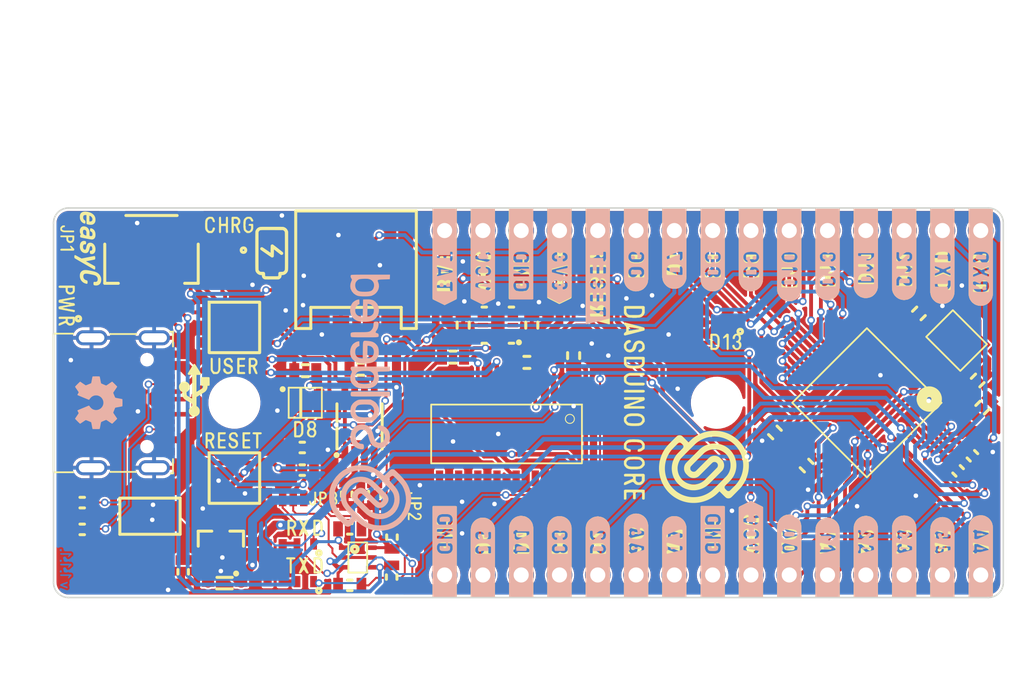
<source format=kicad_pcb>
(kicad_pcb (version 20210623) (generator pcbnew)
  (title_block (title "Dasduino CORE") (date "2021-08-26") (rev "V1.1.1.") (company "SOLDERED") (comment 1 "333037"))
  (layers (0 "F.Cu" mixed) (31 "B.Cu" signal) (34 "B.Paste" user) (35 "F.Paste" user) (36 "B.SilkS" user "B.Silkscreen") (37 "F.SilkS" user "F.Silkscreen") (38 "B.Mask" user) (39 "F.Mask" user) (44 "Edge.Cuts" user))
  (net 0 "")
  (net 1 "+3V3")
  (net 2 "GND")
  (net 3 "RESET")
  (net 4 "VUSB")
  (net 5 "VCC")
  (net 6 "VBAT")
  (net 7 "Net-(D1-Pad1)")
  (net 8 "Net-(D2-Pad1)")
  (net 9 "Net-(D3-Pad1)")
  (net 10 "XTAL1")
  (net 12 "Net-(F1-Pad2)")
  (net 13 "D-")
  (net 14 "D+")
  (net 15 "SDA")
  (net 16 "SCL")
  (net 17 "XTAL2")
  (net 18 "Net-(C13-Pad1)")
  (net 19 "Net-(D6-Pad1)")
  (net 20 "D6")
  (net 21 "D7")
  (net 22 "D8")
  (net 23 "D9")
  (net 24 "D10")
  (net 25 "RTS")
  (net 26 "D13")
  (net 27 "DTR")
  (net 28 "Net-(C2-Pad1)")
  (net 29 "Net-(D5-Pad2)")
  (net 30 "Net-(K2-PadA5)")
  (net 32 "Net-(K2-PadB5)")
  (net 39 "Net-(R11-Pad1)")
  (net 40 "Net-(R12-Pad1)")
  (net 42 "Net-(D4-Pad3)")
  (net 44 "D11")
  (net 45 "D12")
  (net 46 "D5")
  (net 47 "D4")
  (net 48 "D3")
  (net 49 "D2")
  (net 50 "A6")
  (net 51 "A7")
  (net 52 "A0")
  (net 53 "A1")
  (net 54 "Net-(JP1-Pad2)")
  (net 55 "A2")
  (net 56 "A3")
  (net 57 "SCL_5V")
  (net 58 "SDA_5V")
  (net 59 "TXD")
  (net 60 "RXD")
  (net 61 "SCL_PULL5")
  (net 62 "SDA_PULL5")
  (net 63 "SCL_PULL3,3")
  (net 64 "SDA_PULL3,3")
  (net 65 "CH-RXD")
  (net 66 "CH-TXD")
  (footprint "e-radionica.com footprinti:0603C" (layer "F.Cu") (at 125.9045 135.35 -135)
    (fp_text reference "C10")
    (fp_text value "22pF")
  )
  (footprint "e-radionica.com footprinti:0603C" (layer "F.Cu") (at 91.1045 133.8)
    (fp_text reference "C11")
    (fp_text value "100nF")
  )
  (footprint "buzzardLabel" (layer "F.Cu") (at 123.5645 123.5 -90)
    (fp_text reference "")
    (fp_text value "")
  )
  (footprint "e-radionica.com footprinti:0603C" (layer "F.Cu") (at 112.4545 138.8 -45)
    (fp_text reference "C6")
    (fp_text value "100nF")
  )
  (footprint "buzzardLabel" (layer "F.Cu") (at 82.5045 143.2)
    (fp_text reference "")
    (fp_text value "")
  )
  (footprint "e-radionica.com footprinti:0603R" (layer "F.Cu") (at 125.5545 140.35 135)
    (fp_text reference "R2")
    (fp_text value "1k")
  )
  (footprint "e-radionica.com footprinti:0402R" (layer "F.Cu") (at 79.3045 148.7 180)
    (fp_text reference "R3")
    (fp_text value "2k2")
  )
  (footprint "e-radionica.com footprinti:1206FUSE" (layer "F.Cu") (at 71.0045 144.36 180)
    (fp_text reference "F1")
    (fp_text value "1206FUSE-500mA")
  )
  (footprint "e-radionica.com footprinti:CRYSTAL_3225__4_PAD" (layer "F.Cu") (at 124.5045 132.7 135)
    (fp_text reference "X1")
    (fp_text value "16MHz")
  )
  (footprint "e-radionica.com footprinti:0603R" (layer "F.Cu") (at 87.0345 148.4 -90)
    (fp_text reference "R17")
    (fp_text value "10k")
  )
  (footprint "e-radionica.com footprinti:0603C" (layer "F.Cu") (at 99.1045 133.7 -90)
    (fp_text reference "C1")
    (fp_text value "0.1uF")
  )
  (footprint "Soldered Graphics:Logo-Back-OSH-3.5mm" (layer "F.Cu") (at 67.6045 136.83 -90)
    (fp_text reference "G***" hide)
    (fp_text value "LOGO" hide)
  )
  (footprint "e-radionica.com footprinti:0603R" (layer "F.Cu") (at 81.1045 141.3)
    (fp_text reference "R10")
    (fp_text value "10k")
  )
  (footprint "e-radionica.com footprinti:0603C" (layer "F.Cu") (at 96.3285 131.6785 -90)
    (fp_text reference "C5")
    (fp_text value "2.2uF")
  )
  (footprint "buzzardLabel" (layer "F.Cu") (at 115.9445 123.5 -90)
    (fp_text reference "")
    (fp_text value "")
  )
  (footprint "e-radionica.com footprinti:0603R" (layer "F.Cu") (at 124.6045 141.35 135)
    (fp_text reference "R1")
    (fp_text value "1k")
  )
  (footprint "e-radionica.com footprinti:0402LED" (layer "F.Cu") (at 81.3045 146.2)
    (fp_text reference "D2")
    (fp_text value "white")
  )
  (footprint "buzzardLabel" (layer "F.Cu") (at 98.1645 150.16 -90)
    (fp_text reference "")
    (fp_text value "")
  )
  (footprint "e-radionica.com footprinti:0402R" (layer "F.Cu") (at 79.3045 146.2 180)
    (fp_text reference "R4")
    (fp_text value "2k2")
  )
  (footprint "buzzardLabel" (layer "F.Cu") (at 121.0245 123.5 -90)
    (fp_text reference "")
    (fp_text value "")
  )
  (footprint "buzzardLabel" (layer "F.Cu") (at 113.4045 123.5 -90)
    (fp_text reference "")
    (fp_text value "")
  )
  (footprint "buzzardLabel" (layer "F.Cu") (at 105.7845 123.5 -90)
    (fp_text reference "")
    (fp_text value "")
  )
  (footprint "Soldered Graphics:Logo-Back-SolderedFULL-17mm" (layer "F.Cu") (at 85.6045 136.83 -90)
    (fp_text reference "REF**" hide)
    (fp_text value "Logo-Front-SolderedFULL-17mm" hide)
  )
  (footprint "e-radionica.com footprinti:0603R" (layer "F.Cu") (at 66.5095 145.236 180)
    (fp_text reference "R7")
    (fp_text value "5.1k")
  )
  (footprint "buzzardLabel" (layer "F.Cu") (at 65.5045 125.9 -90)
    (fp_text reference "")
    (fp_text value "")
  )
  (footprint "e-radionica.com footprinti:TPS7A2633DRVR" (layer "F.Cu") (at 94.0785 131.6785 180)
    (fp_text reference "U2")
    (fp_text value "TPS7A2633DRVR")
  )
  (footprint "e-radionica.com footprinti:SMD-JUMPER-CONNECTED_TRACE_SLODERMASK" (layer "F.Cu") (at 65.4545 128.15 -90)
    (fp_text reference "JP1")
    (fp_text value "SMD-JUMPER-CONNECTED_TRACE_SLODERMASK")
  )
  (footprint "e-radionica.com footprinti:WS2812B-2020" (layer "F.Cu") (at 81.3045 136.83 180)
    (fp_text reference "D4")
    (fp_text value "WS2812B-2020")
  )
  (footprint "buzzardLabel" (layer "F.Cu") (at 103.1045 136.83 -90)
    (fp_text reference "")
    (fp_text value "")
  )
  (footprint "buzzardLabel" (layer "F.Cu") (at 109.2045 132.8)
    (fp_text reference "")
    (fp_text value "")
  )
  (footprint "e-radionica.com footprinti:0402R" (layer "F.Cu") (at 76.3045 127.4)
    (fp_text reference "R12")
    (fp_text value "2k2")
  )
  (footprint "buzzardLabel" (layer "F.Cu") (at 100.7045 150.16 -90)
    (fp_text reference "")
    (fp_text value "")
  )
  (footprint "buzzardLabel" (layer "F.Cu") (at 93.0845 150.16 -90)
    (fp_text reference "")
    (fp_text value "")
  )
  (footprint "buzzardLabel" (layer "F.Cu") (at 123.5645 150.16 -90)
    (fp_text reference "")
    (fp_text value "")
  )
  (footprint "e-radionica.com footprinti:0603C" (layer "F.Cu") (at 114.5545 141 -45)
    (fp_text reference "C13")
    (fp_text value "100nF")
  )
  (footprint "buzzardLabel" (layer "F.Cu") (at 76.6045 139.3)
    (fp_text reference "")
    (fp_text value "")
  )
  (footprint "e-radionica.com footprinti:0603R" (layer "F.Cu") (at 66.5095 143.458 180)
    (fp_text reference "R8")
    (fp_text value "5.1k")
  )
  (footprint "buzzardLabel" (layer "F.Cu") (at 115.9445 150.16 -90)
    (fp_text reference "")
    (fp_text value "")
  )
  (footprint "e-radionica.com footprinti:0603R" (layer "F.Cu") (at 84.2545 145.2 180)
    (fp_text reference "R13")
    (fp_text value "10k")
  )
  (footprint "e-radionica.com footprinti:SOP-16" (layer "F.Cu") (at 94.6545 138.9 -90)
    (fp_text reference "U1")
    (fp_text value "CH340C")
  )
  (footprint "e-radionica.com footprinti:easyC-connector" (layer "F.Cu") (at 71.1045 127.2)
    (fp_text reference "K1")
    (fp_text value "easyC-SMD")
  )
  (footprint "e-radionica.com footprinti:0402LED" (layer "F.Cu") (at 81.3045 148.7)
    (fp_text reference "D1")
    (fp_text value "blue")
  )
  (footprint "Soldered Graphics:Symbol-Front-Battery" (layer "F.Cu") (at 79.0045 126.9 -90)
    (fp_text reference "G***" hide)
    (fp_text value "LOGO" hide)
  )
  (footprint "e-radionica.com footprinti:SOT-363" (layer "F.Cu") (at 84.7845 147.1)
    (fp_text reference "U5")
    (fp_text value "NMOS-DUAL")
  )
  (footprint "buzzardLabel" (layer "F.Cu") (at 110.8645 150.16 -90)
    (fp_text reference "")
    (fp_text value "")
  )
  (footprint "e-radionica.com footprinti:SOT-23-3" (layer "F.Cu") (at 75.7045 146.05 90)
    (fp_text reference "Q1")
    (fp_text value "PMOS-SOT-23-3")
  )
  (footprint "buzzardLabel" (layer "F.Cu") (at 110.8645 123.5 -90)
    (fp_text reference "")
    (fp_text value "")
  )
  (footprint "buzzardLabel" (layer "F.Cu") (at 105.7845 150.16 -90)
    (fp_text reference "")
    (fp_text value "")
  )
  (footprint "e-radionica.com footprinti:0603C" (layer "F.Cu") (at 91.7785 131.6785 -90)
    (fp_text reference "C3")
    (fp_text value "2.2uF")
  )
  (footprint "e-radionica.com footprinti:0402LED" (layer "F.Cu") (at 66.8545 130.35 -90)
    (fp_text reference "D3")
    (fp_text value "purple")
  )
  (footprint "buzzardLabel" (layer "F.Cu") (at 113.4045 150.16 -90)
    (fp_text reference "")
    (fp_text value "")
  )
  (footprint "e-radionica.com footprinti:ATMEGA_328P" (layer "F.Cu") (at 118.5545 136.83 -135)
    (fp_text reference "U4")
    (fp_text value "ATMEGA_328P")
  )
  (footprint "buzzardLabel" (layer "F.Cu") (at 100.7045 123.5 -90)
    (fp_text reference "")
    (fp_text value "")
  )
  (footprint "e-radionica.com footprinti:0603R" (layer "F.Cu") (at 73.2045 148.05 90)
    (fp_text reference "R14")
    (fp_text value "100k")
  )
  (footprint "buzzardLabel" (layer "F.Cu") (at 90.5445 123.5 -90)
    (fp_text reference "")
    (fp_text value "")
  )
  (footprint "buzzardLabel" (layer "F.Cu") (at 76.3045 125)
    (fp_text reference "")
    (fp_text value "")
  )
  (footprint "buzzardLabel" (layer "F.Cu") (at 76.6045 134.36)
    (fp_text reference "")
    (fp_text value "")
  )
  (footprint "buzzardLabel" (layer "F.Cu") (at 88.5545 143.7 -90)
    (fp_text reference "")
    (fp_text value "")
  )
  (footprint "buzzardLabel" (layer "F.Cu") (at 126.1045 150.16 -90)
    (fp_text reference "")
    (fp_text value "")
  )
  (footprint "buzzardLabel" (layer "F.Cu") (at 108.3245 150.16 -90)
    (fp_text reference "")
    (fp_text value "")
  )
  (footprint "buzzardLabel" (layer "F.Cu") (at 81.3045 145.1)
    (fp_text reference "")
    (fp_text value "")
  )
  (footprint "e-radionica.com footprinti:0402R" (layer "F.Cu") (at 107.242 131.4875)
    (fp_text reference "R9")
    (fp_text value "2k2")
  )
  (footprint "buzzardLabel" (layer "F.Cu") (at 81.3045 138.6)
    (fp_text reference "")
    (fp_text value "")
  )
  (footprint "e-radionica.com footprinti:0603R" (layer "F.Cu") (at 84.2545 148.95 180)
    (fp_text reference "R15")
    (fp_text value "10k")
  )
  (footprint "buzzardLabel" (layer "F.Cu") (at 98.1645 123.56 -90)
    (fp_text reference "")
    (fp_text value "")
  )
  (footprint "e-radionica.com footprinti:0402LED" (layer "F.Cu") (at 76.3045 126.1)
    (fp_text reference "D5")
    (fp_text value "red")
  )
  (footprint "e-radionica.com footprinti:0603C" (layer "F.Cu") (at 96.0045 134.15)
    (fp_text reference "C2")
    (fp_text value "0.1uF")
  )
  (footprint "buzzardLabel" (layer "F.Cu") (at 95.6045 123.4875 -90)
    (fp_text reference "")
    (fp_text value "")
  )
  (footprint "e-radionica.com footprinti:0603R" (layer "F.Cu") (at 87.0545 145.75 90)
    (fp_text reference "R16")
    (fp_text value "10k")
  )
  (footprint "e-radionica.com footprinti:SMD_JUMPER_3_PAD_TRACE" (layer "F.Cu") (at 80.5045 143.2)
    (fp_text reference "JP3")
    (fp_text value "SMD_JUMPER_3_PAD_TRACE")
  )
  (footprint "buzzardLabel" (layer "F.Cu") (at 126.1045 123.5 -90)
    (fp_text reference "")
    (fp_text value "")
  )
  (footprint "buzzardLabel" (layer "F.Cu") (at 121.0245 150.16 -90)
    (fp_text reference "")
    (fp_text value "")
  )
  (footprint "e-radionica.com footprinti:YTSA007A0151803B" (layer "F.Cu") (at 76.6045 131.83)
    (fp_text reference "SW1")
    (fp_text value "YTSA007A0151803B")
  )
  (footprint "buzzardLabel" (layer "F.Cu") (at 103.2445 150.16 -90)
    (fp_text reference "")
    (fp_text value "")
  )
  (footprint "e-radionica.com footprinti:SMD_JUMPER_3_PAD_TRACE" (layer "F.Cu") (at 88.5545 145.75 90)
    (fp_text reference "JP2")
    (fp_text value "SMD_JUMPER_3_PAD_TRACE")
  )
  (footprint "e-radionica.com footprinti:HOLE_3.2mm" (layer "F.Cu") (at 76.6045 136.83 -90)
    (fp_text reference "H1" hide)
    (fp_text value "HOLE_3.2mm" hide)
  )
  (footprint "e-radionica.com footprinti:0603C" (layer "F.Cu") (at 84.9705 134.6)
    (fp_text reference "C7")
    (fp_text value "2.2uF")
  )
  (footprint "buzzardLabel" (layer "F.Cu") (at 95.6245 150.16 -90)
    (fp_text reference "")
    (fp_text value "")
  )
  (footprint "buzzardLabel" (layer "F.Cu") (at 118.4845 150.16 -90)
    (fp_text reference "")
    (fp_text value "")
  )
  (footprint "e-radionica.com footprinti:JST-2pin-SMD" (layer "F.Cu") (at 84.6705 128.9)
    (fp_text reference "K3")
    (fp_text value "JST-2pin-SMD")
  )
  (footprint "buzzardLabel" (layer "F.Cu") (at 108.3245 123.5 -90)
    (fp_text reference "")
    (fp_text value "")
  )
  (footprint "Soldered Graphics:Logo-Front-easyC-5mm" (layer "F.Cu") (at 66.9045 126.6 -90)
    (fp_text reference "G***" hide)
    (fp_text value "LOGO" hide)
  )
  (footprint "buzzardLabel" (layer "F.Cu") (at 103.2445 123.5 -90)
    (fp_text reference "")
    (fp_text value "")
  )
  (footprint "Soldered Graphics:Symbol-Front-USB" (layer "F.Cu") (at 73.9445 136)
    (fp_text reference "G***" hide)
    (fp_text value "LOGO" hide)
  )
  (footprint "e-radionica.com footprinti:0603R" (layer "F.Cu") (at 81.1045 139.8 180)
    (fp_text reference "R5")
    (fp_text value "1k")
  )
  (footprint "buzzardLabel" (layer "F.Cu") (at 65.5045 130.4 -90)
    (fp_text reference "")
    (fp_text value "")
  )
  (footprint "e-radionica.com footprinti:0603C" (layer "F.Cu") (at 85.9045 142.9 90)
    (fp_text reference "C8")
    (fp_text value "2.2uF")
  )
  (footprint "e-radionica.com footprinti:0603C" (layer "F.Cu") (at 126.2045 137.15 -135)
    (fp_text reference "C12")
    (fp_text value "100nF")
  )
  (footprint "e-radionica.com footprinti:0603C" (layer "F.Cu") (at 122.0045 130.9 -135)
    (fp_text reference "C9")
    (fp_text value "22pF")
  )
  (footprint "e-radionica.com footprinti:0402R" (layer "F.Cu") (at 68.0545 130.35 90)
    (fp_text reference "R6")
    (fp_text value "2k2")
  )
  (footprint "e-radionica.com footprinti:TP4056M-MSOP8" (layer "F.Cu") (at 84.9045 138.4 90)
    (fp_text reference "U3")
    (fp_text value "TP4056M")
  )
  (footprint "e-radionica.com footprinti:0603R" (layer "F.Cu") (at 84.0545 142.9 -90)
    (fp_text reference "R11")
    (fp_text value "3k")
  )
  (footprint "e-radionica.com footprinti:YTSA007A0151803B" (layer "F.Cu") (at 76.6045 141.83)
    (fp_text reference "SW2")
    (fp_text value "YTSA007A0151803B")
  )
  (footprint "e-radionica.com footprinti:0603C" (layer "F.Cu") (at 81.3045 134.7 180)
    (fp_text reference "C4")
    (fp_text value "100nF")
  )
  (footprint "e-radionica.com footprinti:SOD-323" (layer "F.Cu") (at 75.9545 148.8)
    (fp_text reference "D7")
    (fp_text value "BAT20J")
  )
  (footprint "e-radionica.com footprinti:0402LED" (layer "F.Cu") (at 109.2545 131.5)
    (fp_text reference "D6")
    (fp_text value "orange")
  )
  (footprint "buzzardLabel" (layer "F.Cu") (at 81.3045 147.6)
    (fp_text reference "")
    (fp_text value "")
  )
  (footprint "buzzardLabel" (layer "F.Cu") (at 93.0845 123.5 -90)
    (fp_text reference "")
    (fp_text value "")
  )
  (footprint "buzzardLabel" (layer "F.Cu") (at 90.5445 150.16 -90)
    (fp_text reference "")
    (fp_text value "")
  )
  (footprint "Soldered Graphics:Logo-Front-Soldered-6mm" (layer "F.Cu") (at 107.7445 141.09 -90)
    (fp_text reference "G***" hide)
    (fp_text value "LOGO" hide)
  )
  (footprint "e-radionica.com footprinti:HOLE_3.2mm" (layer "F.Cu") (at 108.6045 136.83 -90)
    (fp_text reference "H2" hide)
    (fp_text value "HOLE_3.2mm" hide)
  )
  (footprint "e-radionica.com footprinti:U262-161N-4BVC11" (layer "F.Cu") (at 69.6045 136.83 -90)
    (fp_text reference "K2")
    (fp_text value "U262-161N-4BVC11")
  )
  (footprint "e-radionica.com footprinti:FIDUCIAL_23" (layer "F.Cu") (at 66.6045 136.8 -90)
    (fp_text reference "FD1")
    (fp_text value "FIDUCIAL")
  )
  (footprint "buzzardLabel" (layer "F.Cu") (at 118.4845 123.5 -90)
    (fp_text reference "")
    (fp_text value "")
  )
  (footprint "buzzardLabel" (layer "B.Cu") (at 110.8645 150.16 90)
    (fp_text reference "")
    (fp_text value "")
  )
  (footprint "buzzardLabel" (layer "B.Cu") (at 123.5645 123.5 90)
    (fp_text reference "")
    (fp_text value "")
  )
  (footprint "buzzardLabel" (layer "B.Cu") (at 110.8645 123.5 90)
    (fp_text reference "")
    (fp_text value "")
  )
  (footprint "buzzardLabel" (layer "B.Cu") (at 113.4045 123.5 90)
    (fp_text reference "")
    (fp_text value "")
  )
  (footprint "buzzardLabel" (layer "B.Cu") (at 93.0845 123.5 90)
    (fp_text reference "")
    (fp_text value "")
  )
  (footprint "buzzardLabel" (layer "B.Cu") (at 115.9445 123.5 90)
    (fp_text reference "")
    (fp_text value "")
  )
  (footprint "buzzardLabel" (layer "B.Cu") (at 103.2445 123.5 90)
    (fp_text reference "")
    (fp_text value "")
  )
  (footprint "buzzardLabel" (layer "B.Cu") (at 108.3245 123.5 90)
    (fp_text reference "")
    (fp_text value "")
  )
  (footprint "buzzardLabel" (layer "B.Cu") (at 105.7845 150.16 90)
    (fp_text reference "")
    (fp_text value "")
  )
  (footprint "e-radionica.com footprinti:HEADER_MALE_15X1" (layer "B.Cu") (at 108.3245 148.26)
    (fp_text reference "K5")
    (fp_text value "HEADER_MALE_15X1")
  )
  (footprint "buzzardLabel" (layer "B.Cu") (at 103.2445 150.16 90)
    (fp_text reference "")
    (fp_text value "")
  )
  (footprint "buzzardLabel" (layer "B.Cu") (at 95.6245 150.16 90)
    (fp_text reference "")
    (fp_text value "")
  )
  (footprint "buzzardLabel" (layer "B.Cu") (at 100.7045 123.5 90)
    (fp_text reference "")
    (fp_text value "")
  )
  (footprint "e-radionica.com footprinti:HEADER_MALE_15X1" (layer "B.Cu") (at 108.3245 125.4)
    (fp_text reference "K4")
    (fp_text value "HEADER_MALE_15X1")
  )
  (footprint "buzzardLabel" (layer "B.Cu") (at 126.1045 123.5 90)
    (fp_text reference "")
    (fp_text value "")
  )
  (footprint "buzzardLabel" (layer "B.Cu") (at 90.5445 123.5 90)
    (fp_text reference "")
    (fp_text value "")
  )
  (footprint "buzzardLabel" (layer "B.Cu") (at 105.7845 123.5 90)
    (fp_text reference "")
    (fp_text value "")
  )
  (footprint "buzzardLabel" (layer "B.Cu") (at 115.9445 150.16 90)
    (fp_text reference "")
    (fp_text value "")
  )
  (footprint "buzzardLabel" (layer "B.Cu") (at 98.1645 150.16 90)
    (fp_text reference "")
    (fp_text value "")
  )
  (footprint "buzzardLabel" (layer "B.Cu") (at 95.6245 123.5 90)
    (fp_text reference "")
    (fp_text value "")
  )
  (footprint "buzzardLabel" (layer "B.Cu") (at 118.4845 150.16 90)
    (fp_text reference "")
    (fp_text value "")
  )
  (footprint "buzzardLabel" (layer "B.Cu") (at 108.3245 150.16 90)
    (fp_text reference "")
    (fp_text value "")
  )
  (footprint "buzzardLabel" (layer "B.Cu") (at 121.0245 150.16 90)
    (fp_text reference "")
    (fp_text value "")
  )
  (footprint "buzzardLabel" (layer "B.Cu") (at 118.4845 123.5 90)
    (fp_text reference "")
    (fp_text value "")
  )
  (footprint "buzzardLabel" (layer "B.Cu") (at 126.1045 150.16 90)
    (fp_text reference "")
    (fp_text value "")
  )
  (footprint "buzzardLabel" (layer "B.Cu") (at 113.4045 150.16 90)
    (fp_text reference "")
    (fp_text value "")
  )
  (footprint "buzzardLabel" (layer "B.Cu") (at 121.0245 123.5 90)
    (fp_text reference "")
    (fp_text value "")
  )
  (footprint "buzzardLabel" (layer "B.Cu") (at 90.5445 150.16 90)
    (fp_text reference "")
    (fp_text value "")
  )
  (footprint "Soldered Graphics:Version1.1.1." (layer "B.Cu") (at 65.4045 147.8 90)
    (fp_text reference "REF**" hide)
    (fp_text value "Version1.1.1." hide)
  )
  (footprint "buzzardLabel" (layer "B.Cu") (at 100.7045 150.16 90)
    (fp_text reference "")
    (fp_text value "")
  )
  (footprint "buzzardLabel" (layer "B.Cu") (at 93.0845 150.16 90)
    (fp_text reference "")
    (fp_text value "")
  )
  (footprint "buzzardLabel" (layer "B.Cu") (at 98.1645 123.5 90)
    (fp_text reference "")
    (fp_text value "")
  )
  (footprint "buzzardLabel" (layer "B.Cu") (at 123.5645 150.16 90)
    (fp_text reference "")
    (fp_text value "")
  )
  (gr_arc (start 126.6045 148.76) (end 127.6045 148.76) (angle 90) (layer "Edge.Cuts") (width 0.1))
  (gr_arc (start 65.6045 148.76) (end 64.6045 148.76) (angle -90) (layer "Edge.Cuts") (width 0.1))
  (gr_line (start 126.6045 123.9) (end 65.6045 123.9) (layer "Edge.Cuts") (width 0.1))
  (gr_line locked (start 65.6045 149.76) (end 126.6045 149.76) (layer "Edge.Cuts") (width 0.1))
  (gr_line locked (start 127.6045 148.76) (end 127.6045 124.9) (layer "Edge.Cuts") (width 0.1))
  (gr_line (start 64.6045 124.9) (end 64.6045 148.76) (layer "Edge.Cuts") (width 0.1))
  (gr_arc (start 65.6045 124.9) (end 64.6045 124.9) (angle 90) (layer "Edge.Cuts") (width 0.1))
  (gr_arc (start 126.6045 124.9) (end 126.6045 123.9) (angle 90) (layer "Edge.Cuts") (width 0.1))
  (segment (start 80.9545 142.25) (end 80.5045 142.7) (width 0.254) (layer "F.Cu") (net 1))
  (segment (start 82.5545 129.35) (end 86.2045 125.7) (width 0.254) (layer "F.Cu") (net 1))
  (segment (start 80.5045 144) (end 80.5045 143.2) (width 0.13) (layer "F.Cu") (net 1))
  (segment (start 78.7045 129.35) (end 82.5545 129.35) (width 0.254) (layer "F.Cu") (net 1))
  (segment (start 83.1045 146.8) (end 83.1045 146.5) (width 0.13) (layer "F.Cu") (net 1))
  (segment (start 65.4545 127.8) (end 71.0545 127.8) (width 0.254) (layer "F.Cu") (net 1))
  (segment (start 96.2485 132.3285) (end 96.3285 132.4085) (width 0.3) (layer "F.Cu") (net 1))
  (segment (start 82.8545 144.6) (end 82.4545 144.2) (width 0.13) (layer "F.Cu") (net 1))
  (segment (start 83.4045 147.1) (end 83.1045 146.8) (width 0.13) (layer "F.Cu") (net 1))
  (segment (start 83.8645 147.1) (end 85.7045 147.1) (width 0.2) (layer "F.Cu") (net 1))
  (segment (start 98.1645 131.54) (end 97.296 132.4085) (width 0.5) (layer "F.Cu") (net 1))
  (segment (start 73.7045 128.35) (end 73.7045 129.6) (width 0.254) (layer "F.Cu") (net 1))
  (segment (start 81.1545 142.025) (end 81.8795 141.3) (width 0.254) (layer "F.Cu") (net 1))
  (segment (start 71.6045 127.8) (end 73.1545 127.8) (width 0.254) (layer "F.Cu") (net 1))
  (segment (start 71.3295 128.075) (end 71.6045 127.8) (width 0.254) (layer "F.Cu") (net 1))
  (segment (start 71.0545 127.8) (end 71.3295 128.075) (width 0.254) (layer "F.Cu") (net 1))
  (segment (start 83.8645 147.1) (end 83.4045 147.1) (width 0.13) (layer "F.Cu") (net 1))
  (segment (start 82.4545 144.2) (end 80.7045 144.2) (width 0.13) (layer "F.Cu") (net 1))
  (segment (start 71.3295 128.075) (end 71.6045 128.35) (width 0.254) (layer "F.Cu") (net 1))
  (segment (start 80.7045 144.2) (end 80.5045 144) (width 0.13) (layer "F.Cu") (net 1))
  (segment (start 81.1545 142.25) (end 80.9545 142.25) (width 0.254) (layer "F.Cu") (net 1))
  (segment (start 71.6045 128.35) (end 71.6045 129.35) (width 0.254) (layer "F.Cu") (net 1))
  (segment (start 73.1545 127.8) (end 73.7045 128.35) (width 0.254) (layer "F.Cu") (net 1))
  (segment (start 83.1045 146.5) (end 82.8545 146.25) (width 0.13) (layer "F.Cu") (net 1))
  (segment (start 98.1645 125.4) (end 98.1645 131.54) (width 0.5) (layer "F.Cu") (net 1))
  (segment (start 95.0735 132.3285) (end 96.2485 132.3285) (width 0.3) (layer "F.Cu") (net 1))
  (segment (start 97.296 132.4085) (end 96.3285 132.4085) (width 0.5) (layer "F.Cu") (net 1))
  (segment (start 80.5045 142.7) (end 80.5045 143.2) (width 0.254) (layer "F.Cu") (net 1))
  (segment (start 82.8545 146.25) (end 82.8545 144.6) (width 0.13) (layer "F.Cu") (net 1))
  (via (at 81.1545 142.25) (size 0.5) (drill 0.3) (layers "F.Cu" "B.Cu") (net 1))
  (via (at 78.7045 129.35) (size 0.5) (drill 0.3) (layers "F.Cu" "B.Cu") (net 1))
  (via (at 86.2045 125.7) (size 0.5) (drill 0.3) (layers "F.Cu" "B.Cu") (net 1))
  (via (at 73.7045 129.6) (size 0.5) (drill 0.3) (layers "F.Cu" "B.Cu") (net 1))
  (segment (start 87.9045 125.7) (end 89.0545 126.85) (width 0.254) (layer "B.Cu") (net 1))
  (segment (start 89.0545 126.85) (end 96.7145 126.85) (width 0.254) (layer "B.Cu") (net 1))
  (segment (start 86.2045 125.7) (end 87.9045 125.7) (width 0.254) (layer "B.Cu") (net 1))
  (segment (start 76.8545 142.25) (end 81.1545 142.25) (width 0.254) (layer "B.Cu") (net 1))
  (segment (start 74.2045 130.1) (end 74.2045 139.6) (width 0.254) (layer "B.Cu") (net 1))
  (segment (start 73.7045 129.6) (end 74.2045 130.1) (width 0.254) (layer "B.Cu") (net 1))
  (segment (start 73.7045 129.6) (end 78.4545 129.6) (width 0.254) (layer "B.Cu") (net 1))
  (segment (start 78.4545 129.6) (end 78.7045 129.35) (width 0.254) (layer "B.Cu") (net 1))
  (segment (start 96.7145 126.85) (end 98.1645 125.4) (width 0.254) (layer "B.Cu") (net 1))
  (segment (start 74.2045 139.6) (end 76.8545 142.25) (width 0.254) (layer "B.Cu") (net 1))
  (via (at 72.2045 149.25) (size 0.5) (drill 0.3) (layers "F.Cu" "B.Cu") (net 2))
  (via (at 106.0045 135.9) (size 0.5) (drill 0.3) (layers "F.Cu" "B.Cu") (net 2))
  (via (at 102.6045 129.9) (size 0.5) (drill 0.3) (layers "F.Cu" "B.Cu") (net 2))
  (via (at 123.5645 130.4) (size 0.5) (drill 0.3) (layers "F.Cu" "B.Cu") (net 2))
  (via (at 79.4545 137.35) (size 0.5) (drill 0.3) (layers "F.Cu" "B.Cu") (net 2))
  (via (at 79.7545 124.4) (size 0.5) (drill 0.3) (layers "F.Cu" "B.Cu") (net 2))
  (via (at 80.0045 130.7) (size 0.5) (drill 0.3) (layers "F.Cu" "B.Cu") (net 2))
  (via (at 77.8045 129) (size 0.5) (drill 0.3) (layers "F.Cu" "B.Cu") (net 2))
  (via (at 91.7045 143.4) (size 0.5) (drill 0.3) (layers "F.Cu" "B.Cu") (net 2))
  (via (at 70.2045 137.4) (size 0.5) (drill 0.3) (layers "F.Cu" "B.Cu") (net 2))
  (via (at 119.4545 135) (size 0.5) (drill 0.3) (layers "F.Cu" "B.Cu") (net 2))
  (via (at 99.7045 130.4) (size 0.5) (drill 0.3) (layers "F.Cu" "B.Cu") (net 2))
  (via (at 96.8045 130.15) (size 0.5) (drill 0.3) (layers "F.Cu" "B.Cu") (net 2))
  (via (at 82.8045 139.95) (size 0.5) (drill 0.3) (layers "F.Cu" "B.Cu") (net 2))
  (via (at 91.8545 130.1) (size 0.5) (drill 0.3) (layers "F.Cu" "B.Cu") (net 2))
  (via (at 111.6045 139.35) (size 0.5) (drill 0.3) (layers "F.Cu" "B.Cu") (net 2))
  (via (at 109.6045 144) (size 0.5) (drill 0.3) (layers "F.Cu" "B.Cu") (net 2))
  (via (at 77.3045 142.85) (size 0.5) (drill 0.3) (layers "F.Cu" "B.Cu") (net 2))
  (via (at 86.2545 127.7) (size 0.5) (drill 0.3) (layers "F.Cu" "B.Cu") (net 2))
  (via (at 81.2045 128.4) (size 0.5) (drill 0.3) (layers "F.Cu" "B.Cu") (net 2))
  (via (at 74.5045 143.85) (size 0.5) (drill 0.3) (layers "F.Cu" "B.Cu") (net 2))
  (via (at 126.9045 140.1) (size 0.5) (drill 0.3) (layers "F.Cu" "B.Cu") (net 2))
  (via (at 91.7545 127.45) (size 0.5) (drill 0.3) (layers "F.Cu" "B.Cu") (net 2))
  (via (at 88.9045 142.3) (size 0.5) (drill 0.3) (layers "F.Cu" "B.Cu") (net 2))
  (via (at 82.4045 132.3) (size 0.5) (drill 0.3) (layers "F.Cu" "B.Cu") (net 2))
  (via (at 101.4045 133.7) (size 0.5) (drill 0.3) (layers "F.Cu" "B.Cu") (net 2))
  (via (at 117.9045 143.7) (size 0.5) (drill 0.3) (layers "F.Cu" "B.Cu") (net 2))
  (via (at 105.4045 132.3) (size 0.5) (drill 0.3) (layers "F.Cu" "B.Cu") (net 2))
  (via (at 65.7545 134) (size 0.5) (drill 0.3) (layers "F.Cu" "B.Cu") (net 2))
  (via (at 114.6545 142.6) (size 0.5) (drill 0.3) (layers "F.Cu" "B.Cu") (net 2))
  (via (at 70.1545 124.9) (size 0.5) (drill 0.3) (layers "F.Cu" "B.Cu") (net 2))
  (via (at 104.3045 129.7) (size 0.5) (drill 0.3) (layers "F.Cu" "B.Cu") (net 2))
  (via (at 94.1045 130.25) (size 0.5) (drill 0.3) (layers "F.Cu" "B.Cu") (net 2))
  (via (at 83.5045 125.7) (size 0.5) (drill 0.3) (layers "F.Cu" "B.Cu") (net 2))
  (via (at 100.3045 132.9) (size 0.5) (drill 0.3) (layers "F.Cu" "B.Cu") (net 2))
  (via (at 91.7045 145.5) (size 0.5) (drill 0.3) (layers "F.Cu" "B.Cu") (net 2))
  (via (at 91.1045 139.4) (size 0.5) (drill 0.3) (layers "F.Cu" "B.Cu") (net 2))
  (via (at 75.5545 142) (size 0.5) (drill 0.3) (layers "F.Cu" "B.Cu") (net 2))
  (via (at 71.2045 143.6) (size 0.5) (drill 0.3) (layers "F.Cu" "B.Cu") (net 2))
  (via (at 94.1045 138.9) (size 0.5) (drill 0.3) (layers "F.Cu" "B.Cu") (net 2))
  (via (at 75.8045 147.1) (size 0.5) (drill 0.3) (layers "F.Cu" "B.Cu") (net 2))
  (via (at 124.8545 129.05) (size 0.5) (drill 0.3) (layers "F.Cu" "B.Cu") (net 2))
  (via (at 121.8045 143) (size 0.5) (drill 0.3) (layers "F.Cu" "B.Cu") (net 2))
  (via (at 81.1545 130.35) (size 0.5) (drill 0.3) (layers "F.Cu" "B.Cu") (net 2))
  (via (at 71.1545 144.6) (size 0.5) (drill 0.3) (layers "F.Cu" "B.Cu") (net 2))
  (via (at 93.8545 143.55) (size 0.5) (drill 0.3) (layers "F.Cu" "B.Cu") (net 2))
  (via (at 99.1045 137.05) (size 0.5) (drill 0.3) (layers "F.Cu" "B.Cu") (net 2))
  (via (at 75.7045 148) (size 0.5) (drill 0.3) (layers "F.Cu" "B.Cu") (net 2))
  (segment (start 86.6545 136.65) (end 86.6545 132.65) (width 0.2) (layer "F.Cu") (net 3))
  (segment (start 93.2545 133.2) (end 97.216584 133.2) (width 0.254) (layer "F.Cu") (net 3))
  (segment (start 91.9045 133.8) (end 92.5045 133.2) (width 0.254) (layer "F.Cu") (net 3))
  (segment (start 78.5545 140.83) (end 79.1845 140.83) (width 0.3) (layer "F.Cu") (net 3))
  (segment (start 86.6045 136.7) (end 86.6545 136.65) (width 0.2) (layer "F.Cu") (net 3))
  (segment (start 86.6545 132.65) (end 86.7045 132.6) (width 0.2) (layer "F.Cu") (net 3))
  (segment (start 74.6545 140.83) (end 78.5545 140.83) (width 0.3) (layer "F.Cu") (net 3))
  (segment (start 121.66577 139.36127) (end 120.8045 138.5) (width 0.254) (layer "F.Cu") (net 3))
  (segment (start 79.6545 141.3) (end 80.3295 141.3) (width 0.3) (layer "F.Cu") (net 3))
  (segment (start 104.3045 135.5) (end 100.116584 131.312084) (width 0.254) (layer "F.Cu") (net 3))
  (segment (start 121.66577 139.375584) (end 121.66577 139.36127) (width 0.254) (layer "F.Cu") (net 3))
  (segment (start 91.8345 133.8) (end 91.9045 133.8) (width 0.254) (layer "F.Cu") (net 3))
  (segment (start 79.1845 140.83) (end 79.6545 141.3) (width 0.3) (layer "F.Cu") (net 3))
  (segment (start 99.1045 131.312084) (end 99.1045 127) (width 0.254) (layer "F.Cu") (net 3))
  (segment (start 92.5045 133.2) (end 93.2545 133.2) (width 0.254) (layer "F.Cu") (net 3))
  (segment (start 99.1045 127) (end 100.7045 125.4) (width 0.254) (layer "F.Cu") (net 3))
  (segment (start 97.216584 133.2) (end 99.1045 131.312084) (width 0.254) (layer "F.Cu") (net 3))
  (segment (start 100.116584 131.312084) (end 99.1045 131.312084) (width 0.254) (layer "F.Cu") (net 3))
  (via (at 120.8045 138.5) (size 0.5) (drill 0.3) (layers "F.Cu" "B.Cu") (net 3))
  (via (at 86.7045 132.6) (size 0.5) (drill 0.3) (layers "F.Cu" "B.Cu") (net 3))
  (via (at 93.2545 133.2) (size 0.5) (drill 0.3) (layers "F.Cu" "B.Cu") (net 3))
  (via (at 79.5045 141.15) (size 0.5) (drill 0.3) (layers "F.Cu" "B.Cu") (net 3))
  (via (at 104.3045 135.5) (size 0.5) (drill 0.3) (layers "F.Cu" "B.Cu") (net 3))
  (via (at 86.6045 136.7) (size 0.5) (drill 0.3) (layers "F.Cu" "B.Cu") (net 3))
  (segment (start 86.4545 137.55) (end 85.7545 138.25) (width 0.2) (layer "B.Cu") (net 3))
  (segment (start 88.5545 133.2) (end 93.0545 133.2) (width 0.2) (layer "B.Cu") (net 3))
  (segment (start 84.8545 138.8) (end 85.4045 138.25) (width 0.2) (layer "B.Cu") (net 3))
  (segment (start 79.5045 141.15) (end 82.5045 141.15) (width 0.2) (layer "B.Cu") (net 3))
  (segment (start 87.9545 132.6) (end 88.5545 133.2) (width 0.2) (layer "B.Cu") (net 3))
  (segment (start 85.7545 138.25) (end 85.4045 138.25) (width 0.2) (layer "B.Cu") (net 3))
  (segment (start 110.060086 138.305586) (end 109.555151 138.810521) (width 0.254) (layer "B.Cu") (net 3))
  (segment (start 117.8045 136.88052) (end 111.485152 136.88052) (width 0.254) (layer "B.Cu") (net 3))
  (segment (start 111.485152 136.88052) (end 110.060086 138.305586) (width 0.254) (layer "B.Cu") (net 3))
  (segment (start 85.4045 138.25) (end 85.5545 138.25) (width 0.2) (layer "B.Cu") (net 3))
  (segment (start 119.18502 136.88052) (end 117.8045 136.88052) (width 0.254) (layer "B.Cu") (net 3))
  (segment (start 82.5045 141.15) (end 84.8545 138.8) (width 0.2) (layer "B.Cu") (net 3))
  (segment (start 86.4545 136.85) (end 86.4545 137.55) (width 0.2) (layer "B.Cu") (net 3))
  (segment (start 107.615021 138.810521) (end 104.3045 135.5) (width 0.254) (layer "B.Cu") (net 3))
  (segment (start 86.7045 132.6) (end 87.9545 132.6) (width 0.2) (layer "B.Cu") (net 3))
  (segment (start 109.555151 138.810521) (end 107.615021 138.810521) (width 0.254) (layer "B.Cu") (net 3))
  (segment (start 120.8045 138.5) (end 119.18502 136.88052) (width 0.254) (layer "B.Cu") (net 3))
  (segment (start 86.6045 136.7) (end 86.4545 136.85) (width 0.2) (layer "B.Cu") (net 3))
  (segment (start 83.9295 136.425) (end 83.9295 138.975) (width 0.254) (layer "F.Cu") (net 4))
  (segment (start 78.9545 145.3) (end 79.3045 144.95) (width 0.6) (layer "F.Cu") (net 4))
  (segment (start 76.2545 131.95) (end 75.6045 131.3) (width 0.254) (layer "F.Cu") (net 4))
  (segment (start 78.4545 146.05) (end 78.6045 146.2) (width 0.6) (layer "F.Cu") (net 4))
  (segment (start 73.2045 145.16) (end 72.4045 144.36) (width 0.6) (layer "F.Cu") (net 4))
  (segment (start 99.0995 140.695) (end 98.6545 140.25) (width 0.3) (layer "F.Cu") (net 4))
  (segment (start 75.6045 131.3) (end 75.6045 130.2) (width 0.254) (layer "F.Cu") (net 4))
  (segment (start 74.7545 147.25) (end 74.7545 148.7) (width 0.6) (layer "F.Cu") (net 4))
  (segment (start 73.2295 147.25) (end 73.2045 147.275) (width 0.6) (layer "F.Cu") (net 4))
  (segment (start 81.3545 133.85) (end 79.4545 131.95) (width 0.254) (layer "F.Cu") (net 4))
  (segment (start 83.2795 136.425) (end 82.9045 136.05) (width 0.254) (layer "F.Cu") (net 4))
  (segment (start 99.9045 134.6) (end 99.7345 134.43) (width 0.3) (layer "F.Cu") (net 4))
  (segment (start 74.7545 148.7) (end 74.8545 148.8) (width 0.6) (layer "F.Cu") (net 4))
  (segment (start 78.6045 146.2) (end 78.8045 146.2) (width 0.6) (layer "F.Cu") (net 4))
  (segment (start 74.7545 147.25) (end 73.2295 147.25) (width 0.6) (layer "F.Cu") (net 4))
  (segment (start 74.6045 129.2) (end 74.6045 127.25) (width 0.254) (layer "F.Cu") (net 4))
  (segment (start 78.8045 148.7) (end 78.8045 146.2) (width 0.3) (layer "F.Cu") (net 4))
  (segment (start 82.4545 133.85) (end 81.3545 133.85) (width 0.254) (layer "F.Cu") (net 4))
  (segment (start 79.4545 131.95) (end 76.2545 131.95) (width 0.254) (layer "F.Cu") (net 4))
  (segment (start 99.9045 141.45) (end 99.9045 134.6) (width 0.3) (layer "F.Cu") (net 4))
  (segment (start 98.6545 140.25) (end 95.0045 140.25) (width 0.3) (layer "F.Cu") (net 4))
  (segment (start 85.657309 139.446489) (end 85.8795 139.66868) (width 0.254) (layer "F.Cu") (net 4))
  (segment (start 74.7545 146.9) (end 75.6045 146.05) (width 0.6) (layer "F.Cu") (net 4))
  (segment (start 78.4545 145.8) (end 78.9545 145.3) (width 0.6) (layer "F.Cu") (net 4))
  (segment (start 75.6045 146.05) (end 78.4545 146.05) (width 0.6) (layer "F.Cu") (net 4))
  (segment (start 99.7345 134.43) (end 99.1045 134.43) (width 0.3) (layer "F.Cu") (net 4))
  (segment (start 84.400989 139.446489) (end 85.657309 139.446489) (width 0.254) (layer "F.Cu") (net 4))
  (segment (start 83.9295 136.425) (end 83.2795 136.425) (width 0.254) (layer "F.Cu") (net 4))
  (segment (start 74.6045 127.25) (end 75.7545 126.1) (width 0.254) (layer "F.Cu") (net 4))
  (segment (start 79.3045 144.95) (end 79.6545 144.95) (width 0.6) (layer "F.Cu") (net 4))
  (segment (start 82.9045 134.3) (end 82.4545 133.85) (width 0.254) (layer "F.Cu") (net 4))
  (segment (start 99.0995 141.85) (end 99.5045 141.85) (width 0.3) (layer "F.Cu") (net 4))
  (segment (start 78.4545 146.05) (end 78.4545 145.8) (width 0.6) (layer "F.Cu") (net 4))
  (segment (start 83.9295 138.975) (end 84.400989 139.446489) (width 0.254) (layer "F.Cu") (net 4))
  (segment (start 99.5045 141.85) (end 99.9045 141.45) (width 0.3) (layer "F.Cu") (net 4))
  (segment (start 74.7545 147.25) (end 74.7545 146.9) (width 0.6) (layer "F.Cu") (net 4))
  (segment (start 85.8795 141.525) (end 85.8045 141.6) (width 0.4) (layer "F.Cu") (net 4))
  (segment (start 82.9045 136.05) (end 82.9045 134.3) (width 0.254) (layer "F.Cu") (net 4))
  (segment (start 85.8045 142.07) (end 85.9045 142.17) (width 0.4) (layer "F.Cu") (net 4))
  (segment (start 85.8795 139.66868) (end 85.8795 140.375) (width 0.254) (layer "F.Cu") (net 4))
  (segment (start 85.8795 140.375) (end 85.8795 141.525) (width 0.4) (layer "F.Cu") (net 4))
  (segment (start 85.8045 141.6) (end 85.8045 142.07) (width 0.4) (layer "F.Cu") (net 4))
  (segment (start 75.6045 130.2) (end 74.6045 129.2) (width 0.254) (layer "F.Cu") (net 4))
  (segment (start 73.2045 147.275) (end 73.2045 145.16) (width 0.6) (layer "F.Cu") (net 4))
  (segment (start 99.0995 141.85) (end 99.0995 140.695) (width 0.3) (layer "F.Cu") (net 4))
  (via (at 95.0045 140.25) (size 0.5) (drill 0.3) (layers "F.Cu" "B.Cu") (net 4))
  (via (at 85.8045 141.6) (size 0.5) (drill 0.3) (layers "F.Cu" "B.Cu") (net 4))
  (via (at 79.6545 144.95) (size 0.5) (drill 0.3) (layers "F.Cu" "B.Cu") (net 4))
  (segment (start 87.1545 140.25) (end 95.0045 140.25) (width 0.3) (layer "B.Cu") (net 4))
  (segment (start 81.6045 144.95) (end 79.6545 144.95) (width 0.6) (layer "B.Cu") (net 4))
  (segment (start 85.7045 141.7) (end 84.8545 141.7) (width 0.6) (layer "B.Cu") (net 4))
  (segment (start 85.8045 141.6) (end 87.1545 140.25) (width 0.3) (layer "B.Cu") (net 4))
  (segment (start 84.8545 141.7) (end 81.6045 144.95) (width 0.6) (layer "B.Cu") (net 4))
  (segment (start 85.8045 141.6) (end 85.7045 141.7) (width 0.6) (layer "B.Cu") (net 4))
  (segment (start 86.1045 138.85) (end 86.7045 139.45) (width 0.13) (layer "F.Cu") (net 5))
  (segment (start 90.613 132.4085) (end 91.7785 132.4085) (width 0.5) (layer "F.Cu") (net 5))
  (segment (start 118.406073 134.15) (end 114.311859 138.244214) (width 0.254) (layer "F.Cu") (net 5))
  (segment (start 105.0045 136.2) (end 105.0045 134.45) (width 0.3) (layer "F.Cu") (net 5))
  (segment (start 86.7045 139.45) (end 86.7045 143.8) (width 0.13) (layer "F.Cu") (net 5))
  (segment (start 113.6545 138.9) (end 113.386876 138.9) (width 0.3) (layer "F.Cu") (net 5))
  (segment (start 91.7795 128.575) (end 89.9545 130.4) (width 0.5) (layer "F.Cu") (net 5))
  (segment (start 110.8545 141.432376) (end 112.970688 139.316188) (width 0.3) (layer "F.Cu") (net 5))
  (segment (start 121.66577 134.28873) (end 121.66577 134.284416) (width 0.254) (layer "F.Cu") (net 5))
  (segment (start 89.9545 131.75) (end 90.613 132.4085) (width 0.5) (layer "F.Cu") (net 5))
  (segment (start 121.0545 134.9) (end 121.66577 134.28873) (width 0.254) (layer "F.Cu") (net 5))
  (segment (start 110.8545 143.1) (end 110.8545 141.432376) (width 0.3) (layer "F.Cu") (net 5))
  (segment (start 110.8545 142.05) (end 105.0045 136.2) (width 0.3) (layer "F.Cu") (net 5))
  (segment (start 93.0835 128.979) (end 92.2295 128.125) (width 0.3) (layer "F.Cu") (net 5))
  (segment (start 92.2295 128.125) (end 91.7795 128.575) (width 0.5) (layer "F.Cu") (net 5))
  (segment (start 81.7395 135.565) (end 81.6045 135.7) (width 0.4) (layer "F.Cu") (net 5))
  (segment (start 76.6545 148.4) (end 77.0545 148.8) (width 0.6) (layer "F.Cu") (net 5))
  (segment (start 86.7045 143.8) (end 87.3045 144.4) (width 0.13) (layer "F.Cu") (net 5))
  (segment (start 93.0845 125.4) (end 93.0845 127.27) (width 0.5) (layer "F.Cu") (net 5))
  (segment (start 93.0835 131.0285) (end 93.0835 128.979) (width 0.3) (layer "F.Cu") (net 5))
  (segment (start 93.0845 127.27) (end 92.2295 128.125) (width 0.5) (layer "F.Cu") (net 5))
  (segment (start 77.0545 148.8) (end 77.0545 148.35) (width 0.6) (layer "F.Cu") (net 5))
  (segment (start 120.7545 134.9) (end 121.0545 134.9) (width 0.254) (layer "F.Cu") (net 5))
  (segment (start 82.2195 135.565) (end 82.2195 134.885) (width 0.4) (layer "F.Cu") (net 5))
  (segment (start 76.6545 147.25) (end 76.6545 148.4) (width 0.6) (layer "F.Cu") (net 5))
  (segment (start 86.1045 138.7) (end 86.1045 138.85) (width 0.13) (layer "F.Cu") (net 5))
  (segment (start 105.0045 134.45) (end 102.0045 131.45) (width 0.3) (layer "F.Cu") (net 5))
  (segment (start 89.9545 130.4) (end 89.9545 131.75) (width 0.5) (layer "F.Cu") (net 5))
  (segment (start 87.3545 135.8) (end 87.3545 133.25) (width 0.6) (layer "F.Cu") (net 5))
  (segment (start 93.0045 125.32) (end 93.0045 124.45) (width 0.3) (layer "F.Cu") (net 5))
  (segment (start 89.3545 145.75) (end 88.5545 145.75) (width 0.13) (layer "F.Cu") (net 5))
  (segment (start 82.2195 134.885) (end 82.0345 134.7) (width 0.4) (layer "F.Cu") (net 5))
  (segment (start 82.2195 135.565) (end 81.7395 135.565) (width 0.4) (layer "F.Cu") (net 5))
  (segment (start 89.5045 144.65) (end 89.5045 145.6) (width 0.13) (layer "F.Cu") (net 5))
  (segment (start 120.0045 134.15) (end 118.406073 134.15) (width 0.254) (layer "F.Cu") (net 5))
  (segment (start 124.3045 135.3) (end 124.3045 136.282376) (width 0.254) (layer "F.Cu") (net 5))
  (segment (start 82.2195 136.28) (end 82.2195 135.565) (width 0.4) (layer "F.Cu") (net 5))
  (segment (start 114.310286 138.244214) (end 113.6545 138.9) (width 0.3) (layer "F.Cu") (net 5))
  (segment (start 124.3045 136.282376) (end 125.688312 137.666188) (width 0.254) (layer "F.Cu") (net 5))
  (segment (start 77.0545 148.35) (end 77.8045 147.6) (width 0.6) (layer "F.Cu") (net 5))
  (segment (start 93.0845 125.4) (end 93.0045 125.32) (width 0.3) (layer "F.Cu") (net 5))
  (segment (start 88.7545 131.85) (end 90.0545 131.85) (width 0.6) (layer "F.Cu") (net 5))
  (segment (start 120.0045 133.65) (end 120.0045 134.15) (width 0.254) (layer "F.Cu") (net 5))
  (segment (start 87.3545 133.25) (end 88.7545 131.85) (width 0.6) (layer "F.Cu") (net 5))
  (segment (start 87.3045 144.4) (end 89.2545 144.4) (width 0.13) (layer "F.Cu") (net 5))
  (segment (start 102.0045 131.45) (end 102.0045 128.6) (width 0.3) (layer "F.Cu") (net 5))
  (segment (start 90.0545 131.85) (end 90.613 132.4085) (width 0.6) (layer "F.Cu") (net 5))
  (segment (start 89.5045 145.6) (end 89.3545 145.75) (width 0.13) (layer "F.Cu") (net 5))
  (segment (start 120.0045 134.15) (end 120.7545 134.9) (width 0.254) (layer "F.Cu") (net 5))
  (segment (start 93.0835 132.3285) (end 91.8585 132.3285) (width 0.3) (layer "F.Cu") (net 5))
  (segment (start 113.386876 138.9) (end 112.970688 139.316188) (width 0.3) (layer "F.Cu") (net 5))
  (segment (start 122.200186 133.75) (end 122.7545 133.75) (width 0.254) (layer "F.Cu") (net 5))
  (segment (start 122.7545 133.75) (end 124.3045 135.3) (width 0.254) (layer "F.Cu") (net 5))
  (segment (start 120.501455 133.153045) (end 120.0045 133.65) (width 0.254) (layer "F.Cu") (net 5))
  (segment (start 114.311859 138.244214) (end 114.310286 138.244214) (width 0.3) (layer "F.Cu") (net 5))
  (segment (start 89.2545 144.4) (end 89.5045 144.65) (width 0.13) (layer "F.Cu") (net 5))
  (segment (start 120.534399 133.153045) (end 120.501455 133.153045) (width 0.254) (layer "F.Cu") (net 5))
  (segment (start 121.66577 134.284416) (end 122.200186 133.75) (width 0.254) (layer "F.Cu") (net 5))
  (segment (start 110.8545 143.1) (end 110.8545 142.05) (width 0.3) (layer "F.Cu") (net 5))
  (via (at 110.8545 143.1) (size 0.5) (drill 0.3) (layers "F.Cu" "B.Cu") (net 5))
  (via (at 87.3545 135.8) (size 0.5) (drill 0.3) (layers "F.Cu" "B.Cu") (net 5))
  (via (at 102.0045 128.6) (size 0.5) (drill 0.3) (layers "F.Cu" "B.Cu") (net 5))
  (via (at 77.8045 147.6) (size 0.5) (drill 0.3) (layers "F.Cu" "B.Cu") (net 5))
  (via (at 81.6045 135.7) (size 0.5) (drill 0.3) (layers "F.Cu" "B.Cu") (net 5))
  (via (at 86.1045 138.7) (size 0.5) (drill 0.3) (layers "F.Cu" "B.Cu") (net 5))
  (via (at 91.7795 128.575) (size 0.5) (drill 0.3) (layers "F.Cu" "B.Cu") (net 5))
  (segment (start 87.3545 135.8) (end 87.2545 135.7) (width 0.4) (layer "B.Cu") (net 5))
  (segment (start 87.3545 135.8) (end 87.4045 135.85) (width 0.6) (layer "B.Cu") (net 5))
  (segment (start 110.8545 143.1) (end 110.8645 143.11) (width 0.254) (layer "B.Cu") (net 5))
  (segment (start 81.4545 143.3) (end 79.1545 143.3) (width 0.6) (layer "B.Cu") (net 5))
  (segment (start 102.0045 128.6) (end 91.8045 128.6) (width 0.3) (layer "B.Cu") (net 5))
  (segment (start 87.4045 137.35) (end 81.4545 143.3) (width 0.6) (layer "B.Cu") (net 5))
  (segment (start 87.2545 135.7) (end 81.6045 135.7) (width 0.4) (layer "B.Cu") (net 5))
  (segment (start 110.8645 143.11) (end 110.8645 148.26) (width 0.254) (layer "B.Cu") (net 5))
  (segment (start 91.8045 128.6) (end 91.7795 128.575) (width 0.3) (layer "B.Cu") (net 5))
  (segment (start 87.4045 135.85) (end 87.4045 137.35) (width 0.6) (layer "B.Cu") (net 5))
  (segment (start 77.8045 144.65) (end 77.8045 147.6) (width 0.6) (layer "B.Cu") (net 5))
  (segment (start 79.1545 143.3) (end 77.8045 144.65) (width 0.6) (layer "B.Cu") (net 5))
  (segment (start 85.8795 136.425) (end 85.8795 134.779) (width 0.4) (layer "F.Cu") (net 6))
  (segment (start 86.0545 129.55) (end 85.6705 129.934) (width 0.8) (layer "F.Cu") (net 6))
  (segment (start 77.2545 141.45) (end 75.7045 143) (width 0.4) (layer "F.Cu") (net 6))
  (segment (start 85.8795 136.425) (end 85.8795 137.375) (width 0.4) (layer "F.Cu") (net 6))
  (segment (start 85.8795 137.375) (end 85.6045 137.65) (width 0.4) (layer "F.Cu") (net 6))
  (segment (start 85.7005 132.08) (end 85.6705 132.05) (width 0.4) (layer "F.Cu") (net 6))
  (segment (start 88.6545 129.55) (end 86.0545 129.55) (width 0.8) (layer "F.Cu") (net 6))
  (segment (start 75.7045 143) (end 75.7045 144.85) (width 0.4) (layer "F.Cu") (net 6))
  (segment (start 90.5445 125.4) (end 90.5445 127.66) (width 0.8) (layer "F.Cu") (net 6))
  (segment (start 85.7005 134.6) (end 85.7005 132.08) (width 0.4) (layer "F.Cu") (net 6))
  (segment (start 85.6705 129.934) (end 85.6705 132.05) (width 0.8) (layer "F.Cu") (net 6))
  (segment (start 90.5445 127.66) (end 88.6545 129.55) (width 0.8) (layer "F.Cu") (net 6))
  (segment (start 85.8795 134.779) (end 85.7005 134.6) (width 0.4) (layer "F.Cu") (net 6))
  (via (at 85.6045 137.65) (size 0.5) (drill 0.3) (layers "F.Cu" "B.Cu") (net 6))
  (via (at 77.2545 141.45) (size 0.5) (drill 0.3) (layers "F.Cu" "B.Cu") (net 6))
  (segment (start 81.0545 137.65) (end 77.2545 141.45) (width 0.4) (layer "B.Cu") (net 6))
  (segment (start 85.6045 137.65) (end 81.0545 137.65) (width 0.4) (layer "B.Cu") (net 6))
  (segment (start 80.7545 148.7) (end 79.8045 148.7) (width 0.3) (layer "F.Cu") (net 7))
  (segment (start 80.7545 146.2) (end 79.8045 146.2) (width 0.3) (layer "F.Cu") (net 8))
  (segment (start 68.0545 129.85) (end 66.9045 129.85) (width 0.3) (layer "F.Cu") (net 9))
  (segment (start 66.9045 129.85) (end 66.8545 129.8) (width 0.3) (layer "F.Cu") (net 9))
  (segment (start 119.968714 132.585786) (end 120.938312 131.616188) (width 0.3) (layer "F.Cu") (net 10))
  (segment (start 120.938312 131.616188) (end 121.288312 131.616188) (width 0.3) (layer "F.Cu") (net 10))
  (segment (start 122.559992 132.487868) (end 121.488312 131.416188) (width 0.25) (layer "F.Cu") (net 10))
  (segment (start 119.968714 132.587359) (end 119.968714 132.585786) (width 0.3) (layer "F.Cu") (net 10))
  (segment (start 123.160997 132.487868) (end 122.559992 132.487868) (width 0.25) (layer "F.Cu") (net 10))
  (segment (start 121.288312 131.616188) (end 121.488312 131.416188) (width 0.3) (layer "F.Cu") (net 10))
  (segment (start 72.0795 134.493) (end 71.431712 134.493) (width 0.4) (layer "F.Cu") (net 12))
  (segment (start 70.6045 134.75) (end 69.2545 136.1) (width 0.4) (layer "F.Cu") (net 12))
  (segment (start 69.2545 136.1) (end 69.2545 144.01) (width 0.4) (layer "F.Cu") (net 12))
  (segment (start 71.431712 134.493) (end 71.174712 134.75) (width 0.4) (layer "F.Cu") (net 12))
  (segment (start 69.2545 144.01) (end 69.6045 144.36) (width 0.4) (layer "F.Cu") (net 12))
  (segment (start 71.174712 134.75) (end 70.6045 134.75) (width 0.4) (layer "F.Cu") (net 12))
  (segment (start 75.181011 133.923489) (end 79.077989 133.923489) (width 0.3) (layer "F.Cu") (net 13))
  (segment (start 79.077989 133.923489) (end 79.1045 133.95) (width 0.3) (layer "F.Cu") (net 13))
  (segment (start 92.7495 134.205) (end 92.7545 134.2) (width 0.254) (layer "F.Cu") (net 13))
  (segment (start 71.0545 136.79072) (end 71.35678 137.093) (width 0.3) (layer "F.Cu") (net 13))
  (segment (start 72.0795 136.093) (end 71.3115 136.093) (width 0.3) (layer "F.Cu") (net 13))
  (segment (start 72.0795 136.093) (end 73.0115 136.093) (width 0.3) (layer "F.Cu") (net 13))
  (segment (start 71.3115 136.093) (end 71.0545 136.35) (width 0.3) (layer "F.Cu") (net 13))
  (segment (start 92.7495 135.95) (end 92.7495 134.205) (width 0.254) (layer "F.Cu") (net 13))
  (segment (start 73.0115 136.093) (end 75.181011 133.923489) (width 0.3) (layer "F.Cu") (net 13))
  (segment (start 71.35678 137.093) (end 72.0795 137.093) (width 0.3) (layer "F.Cu") (net 13))
  (segment (start 71.0545 136.35) (end 71.0545 136.79072) (width 0.3) (layer "F.Cu") (net 13))
  (via (at 92.7545 134.2) (size 0.5) (drill 0.3) (layers "F.Cu" "B.Cu") (net 13))
  (via (at 79.1045 133.95) (size 0.5) (drill 0.3) (layers "F.Cu" "B.Cu") (net 13))
  (segment (start 79.1045 133.95) (end 92.5045 133.95) (width 0.3) (layer "B.Cu") (net 13))
  (segment (start 92.5045 133.95) (end 92.7545 134.2) (width 0.3) (layer "B.Cu") (net 13))
  (segment (start 73.7475 136.593) (end 73.9045 136.75) (width 0.3) (layer "F.Cu") (net 14))
  (segment (start 72.0795 136.593) (end 73.7475 136.593) (width 0.3) (layer "F.Cu") (net 14))
  (segment (start 73.7615 137.593) (end 72.0795 137.593) (width 0.3) (layer "F.Cu") (net 14))
  (segment (start 94.0045 135.935) (end 94.0195 135.95) (width 0.3) (layer "F.Cu") (net 14))
  (segment (start 75.428021 134.826479) (end 79.030979 134.826479) (width 0.3) (layer "F.Cu") (net 14))
  (segment (start 75.4045 134.85) (end 75.428021 134.826479) (width 0.3) (layer "F.Cu") (net 14))
  (segment (start 94.0045 134.1) (end 94.0045 135.935) (width 0.3) (layer "F.Cu") (net 14))
  (segment (start 79.030979 134.826479) (end 79.0545 134.85) (width 0.3) (layer "F.Cu") (net 14))
  (segment (start 73.9045 136.35) (end 75.4045 134.85) (width 0.3) (layer "F.Cu") (net 14))
  (segment (start 73.9045 136.75) (end 73.9045 137.45) (width 0.3) (layer "F.Cu") (net 14))
  (segment (start 73.9045 136.75) (end 73.9045 136.35) (width 0.3) (layer "F.Cu") (net 14))
  (segment (start 73.9045 137.45) (end 73.7615 137.593) (width 0.3) (layer "F.Cu") (net 14))
  (via (at 79.030979 134.826479) (size 0.5) (drill 0.3) (layers "F.Cu" "B.Cu") (net 14))
  (via (at 94.0045 134.1) (size 0.5) (drill 0.3) (layers "F.Cu" "B.Cu") (net 14))
  (segment (start 93.2545 134.85) (end 94.0045 134.1) (width 0.3) (layer "B.Cu") (net 14))
  (segment (start 79.0545 134.85) (end 93.2545 134.85) (width 0.3) (layer "B.Cu") (net 14))
  (segment (start 79.030979 134.826479) (end 79.0545 134.85) (width 0.3) (layer "B.Cu") (net 14))
  (segment (start 83.4795 145.925) (end 83.5045 145.95) (width 0.2) (layer "F.Cu") (net 15))
  (segment (start 73.1545 130.9) (end 71.0545 130.9) (width 0.254) (layer "F.Cu") (net 15))
  (segment (start 71.0545 130.9) (end 70.6045 130.45) (width 0.254) (layer "F.Cu") (net 15))
  (segment (start 83.4795 145.2) (end 83.4795 145.925) (width 0.2) (layer "F.Cu") (net 15))
  (segment (start 73.4545 131.2) (end 73.1545 130.9) (width 0.254) (layer "F.Cu") (net 15))
  (segment (start 70.6045 130.45) (end 70.6045 129.35) (width 0.254) (layer "F.Cu") (net 15))
  (segment (start 83.5045 145.95) (end 83.5045 146.09) (width 0.2) (layer "F.Cu") (net 15))
  (segment (start 73.5045 131.2) (end 73.4545 131.2) (width 0.254) (layer "F.Cu") (net 15))
  (segment (start 83.5045 146.09) (end 83.8645 146.45) (width 0.2) (layer "F.Cu") (net 15))
  (via (at 73.5045 131.2) (size 0.5) (drill 0.3) (layers "F.Cu" "B.Cu") (net 15))
  (via (at 83.5045 145.95) (size 0.5) (drill 0.3) (layers "F.Cu" "B.Cu") (net 15))
  (segment (start 73.5045 148.3) (end 73.5045 131.2) (width 0.254) (layer "B.Cu") (net 15))
  (segment (start 80.5045 147.65) (end 82.1045 146.05) (width 0.254) (layer "B.Cu") (net 15))
  (segment (start 83.5045 145.95) (end 83.4045 146.05) (width 0.2) (layer "B.Cu") (net 15))
  (segment (start 74.1045 148.9) (end 73.5045 148.3) (width 0.254) (layer "B.Cu") (net 15))
  (segment (start 83.5045 145.95) (end 83.4545 145.95) (width 0.254) (layer "B.Cu") (net 15))
  (segment (start 83.4045 146.05) (end 82.1045 146.05) (width 0.2) (layer "B.Cu") (net 15))
  (segment (start 80.5045 148.9) (end 74.1045 148.9) (width 0.254) (layer "B.Cu") (net 15))
  (segment (start 80.5045 148.9) (end 80.5045 147.65) (width 0.254) (layer "B.Cu") (net 15))
  (segment (start 72.5045 131.45) (end 72.9045 131.85) (width 0.254) (layer "F.Cu") (net 16))
  (segment (start 86.2545 147.75) (end 86.9095 147.75) (width 0.2) (layer "F.Cu") (net 16))
  (segment (start 70.3545 131.45) (end 72.5045 131.45) (width 0.254) (layer "F.Cu") (net 16))
  (segment (start 86.9095 147.75) (end 87.0345 147.625) (width 0.2) (layer "F.Cu") (net 16))
  (segment (start 69.6045 129.35) (end 69.6045 130.7) (width 0.254) (layer "F.Cu") (net 16))
  (segment (start 85.7045 147.75) (end 86.2545 147.75) (width 0.2) (layer "F.Cu") (net 16))
  (segment (start 69.6045 130.7) (end 70.3545 131.45) (width 0.254) (layer "F.Cu") (net 16))
  (via (at 72.9045 131.85) (size 0.5) (drill 0.3) (layers "F.Cu" "B.Cu") (net 16))
  (via (at 86.2545 147.75) (size 0.5) (drill 0.3) (layers "F.Cu" "B.Cu") (net 16))
  (segment (start 72.9045 131.85) (end 72.9045 148.35) (width 0.254) (layer "B.Cu") (net 16))
  (segment (start 72.9045 148.35) (end 73.9045 149.35) (width 0.254) (layer "B.Cu") (net 16))
  (segment (start 86.2545 148.7) (end 86.2545 147.75) (width 0.254) (layer "B.Cu") (net 16))
  (segment (start 73.9045 149.35) (end 85.6045 149.35) (width 0.254) (layer "B.Cu") (net 16))
  (segment (start 85.6045 149.35) (end 86.2545 148.7) (width 0.254) (layer "B.Cu") (net 16))
  (segment (start 126.6545 133.918629) (end 126.6545 134.6) (width 0.3) (layer "F.Cu") (net 17))
  (segment (start 126.0045 131.4) (end 126.0045 132.755635) (width 0.3) (layer "F.Cu") (net 17))
  (segment (start 126.6545 134.6) (end 126.420688 134.833812) (width 0.3) (layer "F.Cu") (net 17))
  (segment (start 126.0045 132.755635) (end 125.748003 133.012132) (width 0.3) (layer "F.Cu") (net 17))
  (segment (start 123.8045 129.2) (end 126.0045 131.4) (width 0.3) (layer "F.Cu") (net 17))
  (segment (start 125.748003 133.012132) (end 126.6545 133.918629) (width 0.3) (layer "F.Cu") (net 17))
  (segment (start 122.224702 129.2) (end 123.8045 129.2) (width 0.3) (layer "F.Cu") (net 17))
  (segment (start 119.403028 132.021674) (end 122.224702 129.2) (width 0.3) (layer "F.Cu") (net 17))
  (segment (start 114.7045 140.1) (end 114.422124 140.1) (width 0.3) (layer "F.Cu") (net 18))
  (segment (start 115.428916 139.375584) (end 114.7045 140.1) (width 0.3) (layer "F.Cu") (net 18))
  (segment (start 115.44323 139.375584) (end 115.428916 139.375584) (width 0.3) (layer "F.Cu") (net 18))
  (segment (start 114.422124 140.1) (end 114.038312 140.483812) (width 0.3) (layer "F.Cu") (net 18))
  (segment (start 107.742 131.4875) (end 108.692 131.4875) (width 0.254) (layer "F.Cu") (net 19))
  (segment (start 108.692 131.4875) (end 108.7045 131.5) (width 0.254) (layer "F.Cu") (net 19))
  (segment (start 116.5045 131.95) (end 117.140286 132.585786) (width 0.254) (layer "F.Cu") (net 20))
  (segment (start 116.9545 130.9) (end 116.9545 131.1) (width 0.254) (layer "F.Cu") (net 20))
  (segment (start 116.9545 131.1) (end 116.5045 131.55) (width 0.254) (layer "F.Cu") (net 20))
  (segment (start 116.5045 131.55) (end 116.5045 131.95) (width 0.254) (layer "F.Cu") (net 20))
  (segment (start 108.4945 130.65) (end 103.2445 125.4) (width 0.254) (layer "F.Cu") (net 20))
  (segment (start 117.140286 132.585786) (end 117.140286 132.587359) (width 0.254) (layer "F.Cu") (net 20))
  (segment (start 108.6045 130.65) (end 108.4945 130.65) (width 0.254) (layer "F.Cu") (net 20))
  (via (at 116.9545 130.9) (size 0.5) (drill 0.3) (layers "F.Cu" "B.Cu") (net 20))
  (via (at 108.6045 130.65) (size 0.5) (drill 0.3) (layers "F.Cu" "B.Cu") (net 20))
  (segment (start 116.9545 130.9) (end 116.9545 129.8) (width 0.254) (layer "B.Cu") (net 20))
  (segment (start 112.2545 128.85) (end 110.4545 130.65) (width 0.254) (layer "B.Cu") (net 20))
  (segment (start 116.9545 129.8) (end 116.0045 128.85) (width 0.254) (layer "B.Cu") (net 20))
  (segment (start 110.4545 130.65) (end 108.6045 130.65) (width 0.254) (layer "B.Cu") (net 20))
  (segment (start 116.0045 128.85) (end 112.2545 128.85) (width 0.254) (layer "B.Cu") (net 20))
  (segment (start 74.6545 132.83) (end 78.5545 132.83) (width 0.3) (layer "F.Cu") (net 21))
  (segment (start 79.3845 132.83) (end 78.5545 132.83) (width 0.3) (layer "F.Cu") (net 21))
  (segment (start 116.1545 131.25) (end 115.8045 131.6) (width 0.254) (layer "F.Cu") (net 21))
  (segment (start 79.4545 132.9) (end 79.3845 132.83) (width 0.3) (layer "F.Cu") (net 21))
  (segment (start 115.8045 131.6) (end 115.8045 132.382944) (width 0.254) (layer "F.Cu") (net 21))
  (segment (start 105.7845 126.48) (end 105.7845 125.4) (width 0.254) (layer "F.Cu") (net 21))
  (segment (start 116.1545 130.3) (end 116.1545 131.25) (width 0.254) (layer "F.Cu") (net 21))
  (segment (start 110.8545 131.55) (end 105.7845 126.48) (width 0.254) (layer "F.Cu") (net 21))
  (segment (start 115.8045 132.382944) (end 116.574601 133.153045) (width 0.254) (layer "F.Cu") (net 21))
  (segment (start 110.8545 131.6) (end 110.8545 131.55) (width 0.254) (layer "F.Cu") (net 21))
  (via (at 110.8545 131.6) (size 0.5) (drill 0.3) (layers "F.Cu" "B.Cu") (net 21))
  (via (at 79.4545 132.9) (size 0.5) (drill 0.3) (layers "F.Cu" "B.Cu") (net 21))
  (via (at 116.1545 130.3) (size 0.5) (drill 0.3) (layers "F.Cu" "B.Cu") (net 21))
  (segment (start 116.1545 130.3) (end 116.1045 130.3) (width 0.254) (layer "B.Cu") (net 21))
  (segment (start 116.1045 130.3) (end 115.2545 129.45) (width 0.254) (layer "B.Cu") (net 21))
  (segment (start 115.2545 129.45) (end 113.1545 129.45) (width 0.254) (layer "B.Cu") (net 21))
  (segment (start 104.0045 131.3) (end 81.0545 131.3) (width 0.254) (layer "B.Cu") (net 21))
  (segment (start 105.7845 125.4) (end 105.7845 129.52) (width 0.254) (layer "B.Cu") (net 21))
  (segment (start 81.0545 131.3) (end 79.4545 132.9) (width 0.254) (layer "B.Cu") (net 21))
  (segment (start 105.7845 129.52) (end 104.0045 131.3) (width 0.254) (layer "B.Cu") (net 21))
  (segment (start 113.1545 129.45) (end 111.0045 131.6) (width 0.254) (layer "B.Cu") (net 21))
  (segment (start 111.0045 131.6) (end 110.8545 131.6) (width 0.254) (layer "B.Cu") (net 21))
  (segment (start 83.0045 138.3) (end 83.3545 138.3) (width 0.2) (layer "F.Cu") (net 22))
  (segment (start 108.3245 125.4) (end 108.3245 128.02) (width 0.254) (layer "F.Cu") (net 22))
  (segment (start 81.8795 139.425) (end 83.0045 138.3) (width 0.2) (layer "F.Cu") (net 22))
  (segment (start 89.1545 132.65) (end 87.9045 133.9) (width 0.2) (layer "F.Cu") (net 22))
  (segment (start 89.3545 132.65) (end 89.1545 132.65) (width 0.2) (layer "F.Cu") (net 22))
  (segment (start 108.3245 128.02) (end 112.4045 132.1) (width 0.254) (layer "F.Cu") (net 22))
  (segment (start 116.008916 133.71873) (end 116.008916 133.704416) (width 0.254) (layer "F.Cu") (net 22))
  (segment (start 113.5545 131.25) (end 113.2545 131.25) (width 0.254) (layer "F.Cu") (net 22))
  (segment (start 87.9045 136.15) (end 85.7545 138.3) (width 0.2) (layer "F.Cu") (net 22))
  (segment (start 87.9045 133.9) (end 87.9045 136.15) (width 0.2) (layer "F.Cu") (net 22))
  (segment (start 116.008916 133.704416) (end 113.5545 131.25) (width 0.254) (layer "F.Cu") (net 22))
  (segment (start 85.7545 138.3) (end 84.5045 138.3) (width 0.2) (layer "F.Cu") (net 22))
  (segment (start 81.8795 139.8) (end 81.8795 139.425) (width 0.2) (layer "F.Cu") (net 22))
  (via (at 113.2545 131.25) (size 0.5) (drill 0.3) (layers "F.Cu" "B.Cu") (net 22))
  (via (at 84.5045 138.3) (size 0.5) (drill 0.3) (layers "F.Cu" "B.Cu") (net 22))
  (via (at 89.3545 132.65) (size 0.5) (drill 0.3) (layers "F.Cu" "B.Cu") (net 22))
  (via (at 83.3545 138.3) (size 0.5) (drill 0.3) (layers "F.Cu" "B.Cu") (net 22))
  (via (at 112.4045 132.1) (size 0.5) (drill 0.3) (layers "F.Cu" "B.Cu") (net 22))
  (segment (start 90.3045 131.7) (end 104.5045 131.7) (width 0.2) (layer "B.Cu") (net 22))
  (segment (start 83.3545 138.3) (end 84.5045 138.3) (width 0.2) (layer "B.Cu") (net 22))
  (segment (start 108.3245 127.88) (end 108.3245 125.4) (width 0.2) (layer "B.Cu") (net 22))
  (segment (start 112.4045 132.1) (end 113.2545 131.25) (width 0.254) (layer "B.Cu") (net 22))
  (segment (start 104.5045 131.7) (end 108.3245 127.88) (width 0.2) (layer "B.Cu") (net 22))
  (segment (start 89.3545 132.65) (end 90.3045 131.7) (width 0.2) (layer "B.Cu") (net 22))
  (segment (start 110.8645 129.705686) (end 110.8645 125.4) (width 0.254) (layer "F.Cu") (net 23))
  (segment (start 115.44323 134.284416) (end 110.8645 129.705686) (width 0.254) (layer "F.Cu") (net 23))
  (segment (start 113.4045 130.3) (end 113.4045 125.4) (width 0.254) (layer "F.Cu") (net 24))
  (segment (start 114.877545 134.850101) (end 114.877545 134.823045) (width 0.254) (layer "F.Cu") (net 24))
  (segment (start 114.877545 134.823045) (end 112.9545 132.9) (width 0.254) (layer "F.Cu") (net 24))
  (segment (start 114.0045 130.9) (end 113.4045 130.3) (width 0.254) (layer "F.Cu") (net 24))
  (via (at 112.9545 132.9) (size 0.5) (drill 0.3) (layers "F.Cu" "B.Cu") (net 24))
  (via (at 114.0045 130.9) (size 0.5) (drill 0.3) (layers "F.Cu" "B.Cu") (net 24))
  (segment (start 112.9545 132.9) (end 114.0045 131.85) (width 0.254) (layer "B.Cu") (net 24))
  (segment (start 114.0045 131.85) (end 114.0045 130.9) (width 0.254) (layer "B.Cu") (net 24))
  (segment (start 106.742 131.4875) (end 106.742 131.9375) (width 0.254) (layer "F.Cu") (net 26))
  (segment (start 111.3045 132.85) (end 111.5545 132.6) (width 0.254) (layer "F.Cu") (net 26))
  (segment (start 111.5545 135.486854) (end 113.746174 137.678528) (width 0.254) (layer "F.Cu") (net 26))
  (segment (start 114.3045 130.1) (end 114.3545 130.05) (width 0.254) (layer "F.Cu") (net 26))
  (segment (start 111.5545 132.6) (end 111.5545 135.486854) (width 0.254) (layer "F.Cu") (net 26))
  (segment (start 111.5545 132.15) (end 111.5545 132.6) (width 0.254) (layer "F.Cu") (net 26))
  (segment (start 106.742 131.9375) (end 107.6545 132.85) (width 0.254) (layer "F.Cu") (net 26))
  (segment (start 107.6545 132.85) (end 111.3045 132.85) (width 0.254) (layer "F.Cu") (net 26))
  (segment (start 114.3545 126.99) (end 115.9445 125.4) (width 0.254) (layer "F.Cu") (net 26))
  (segment (start 114.3545 130.05) (end 114.3545 126.99) (width 0.254) (layer "F.Cu") (net 26))
  (via (at 111.5545 132.15) (size 0.5) (drill 0.3) (layers "F.Cu" "B.Cu") (net 26))
  (via (at 114.3045 130.1) (size 0.5) (drill 0.3) (layers "F.Cu" "B.Cu") (net 26))
  (segment (start 113.4545 130.1) (end 111.5545 132) (width 0.254) (layer "B.Cu") (net 26))
  (segment (start 114.3045 130.1) (end 113.4545 130.1) (width 0.254) (layer "B.Cu") (net 26))
  (segment (start 111.5545 132) (end 111.5545 132.15) (width 0.254) (layer "B.Cu") (net 26))
  (segment (start 89.4045 136.65) (end 93.1545 140.4) (width 0.254) (layer "F.Cu") (net 27))
  (segment (start 89.4045 134.77) (end 89.4045 136.65) (width 0.254) (layer "F.Cu") (net 27))
  (segment (start 93.8395 140.4) (end 95.2895 141.85) (width 0.254) (layer "F.Cu") (net 27))
  (segment (start 90.3745 133.8) (end 89.4045 134.77) (width 0.254) (layer "F.Cu") (net 27))
  (segment (start 93.1545 140.4) (end 93.8395 140.4) (width 0.254) (layer "F.Cu") (net 27))
  (segment (start 95.2895 134.165) (end 95.2745 134.15) (width 0.3) (layer "F.Cu") (net 28))
  (segment (start 95.2895 135.95) (end 95.2895 134.165) (width 0.3) (layer "F.Cu") (net 28))
  (segment (start 76.8545 127.35) (end 76.8045 127.4) (width 0.3) (layer "F.Cu") (net 29))
  (segment (start 76.8545 126.1) (end 76.8545 127.35) (width 0.3) (layer "F.Cu") (net 29))
  (segment (start 70.9115 135.593) (end 70.9045 135.6) (width 0.13) (layer "F.Cu") (net 30))
  (segment (start 67.2925 143.45) (end 67.2845 143.458) (width 0.13) (layer "F.Cu") (net 30))
  (segment (start 70.9615 135.593) (end 70.9115 135.593) (width 0.13) (layer "F.Cu") (net 30))
  (segment (start 68.0045 143.45) (end 67.2925 143.45) (width 0.13) (layer "F.Cu") (net 30))
  (segment (start 72.0795 135.593) (end 70.9615 135.593) (width 0.13) (layer "F.Cu") (net 30))
  (via (at 70.9045 135.6) (size 0.5) (drill 0.3) (layers "F.Cu" "B.Cu") (net 30))
  (via (at 68.0045 143.45) (size 0.5) (drill 0.3) (layers "F.Cu" "B.Cu") (net 30))
  (segment (start 70.9045 135.6) (end 70.9045 137.9) (width 0.13) (layer "B.Cu") (net 30))
  (segment (start 68.8545 143.45) (end 68.0045 143.45) (width 0.13) (layer "B.Cu") (net 30))
  (segment (start 69.3045 143) (end 68.8545 143.45) (width 0.13) (layer "B.Cu") (net 30))
  (segment (start 70.9045 137.9) (end 69.3045 139.5) (width 0.13) (layer "B.Cu") (net 30))
  (segment (start 69.3045 139.5) (end 69.3045 143) (width 0.13) (layer "B.Cu") (net 30))
  (segment (start 67.3205 145.2) (end 67.2845 145.236) (width 0.13) (layer "F.Cu") (net 32))
  (segment (start 71.1115 138.593) (end 71.1045 138.6) (width 0.13) (layer "F.Cu") (net 32))
  (segment (start 68.0545 145.2) (end 67.3205 145.2) (width 0.13) (layer "F.Cu") (net 32))
  (segment (start 72.0795 138.593) (end 71.1115 138.593) (width 0.13) (layer "F.Cu") (net 32))
  (segment (start 71.1045 138.6) (end 70.9545 138.6) (width 0.13) (layer "F.Cu") (net 32))
  (via (at 70.9545 138.6) (size 0.5) (drill 0.3) (layers "F.Cu" "B.Cu") (net 32))
  (via (at 68.0545 145.2) (size 0.5) (drill 0.3) (layers "F.Cu" "B.Cu") (net 32))
  (segment (start 69.6045 143.65) (end 68.0545 145.2) (width 0.13) (layer "B.Cu") (net 32))
  (segment (start 70.9045 138.6) (end 69.6045 139.9) (width 0.13) (layer "B.Cu") (net 32))
  (segment (start 69.6045 139.9) (end 69.6045 143.65) (width 0.13) (layer "B.Cu") (net 32))
  (segment (start 70.9545 138.6) (end 70.9045 138.6) (width 0.13) (layer "B.Cu") (net 32))
  (segment (start 84.5795 141.6) (end 84.0545 142.125) (width 0.4) (layer "F.Cu") (net 39))
  (segment (start 84.5795 140.375) (end 84.5795 141.6) (width 0.4) (layer "F.Cu") (net 39))
  (segment (start 84.5795 135.625) (end 84.3545 135.4) (width 0.254) (layer "F.Cu") (net 40))
  (segment (start 75.8045 129.45) (end 75.8045 127.4) (width 0.254) (layer "F.Cu") (net 40))
  (segment (start 75.98502 129.63052) (end 75.8045 129.45) (width 0.254) (layer "F.Cu") (net 40))
  (segment (start 81.512116 133.46948) (end 79.592636 131.55) (width 0.254) (layer "F.Cu") (net 40))
  (segment (start 75.98502 131.142384) (end 75.98502 129.63052) (width 0.254) (layer "F.Cu") (net 40))
  (segment (start 82.612116 133.46948) (end 81.512116 133.46948) (width 0.254) (layer "F.Cu") (net 40))
  (segment (start 83.3045 134.161864) (end 82.612116 133.46948) (width 0.254) (layer "F.Cu") (net 40))
  (segment (start 79.592636 131.55) (end 76.392636 131.55) (width 0.254) (layer "F.Cu") (net 40))
  (segment (start 84.5795 136.425) (end 84.5795 135.625) (width 0.254) (layer "F.Cu") (net 40))
  (segment (start 84.3545 135.4) (end 83.5545 135.4) (width 0.254) (layer "F.Cu") (net 40))
  (segment (start 83.5545 135.4) (end 83.3045 135.15) (width 0.254) (layer "F.Cu") (net 40))
  (segment (start 76.392636 131.55) (end 75.98502 131.142384) (width 0.254) (layer "F.Cu") (net 40))
  (segment (start 83.3045 135.15) (end 83.3045 134.161864) (width 0.254) (layer "F.Cu") (net 40))
  (segment (start 82.2195 137.38) (end 82.2195 137.385) (width 0.3) (layer "F.Cu") (net 42))
  (segment (start 80.3045 139.3) (end 80.3045 139.775) (width 0.3) (layer "F.Cu") (net 42))
  (segment (start 82.2195 137.385) (end 80.3045 139.3) (width 0.3) (layer "F.Cu") (net 42))
  (segment (start 80.3045 139.775) (end 80.3295 139.8) (width 0.3) (layer "F.Cu") (net 42))
  (segment (start 114.311859 135.407359) (end 112.9545 134.05) (width 0.254) (layer "F.Cu") (net 44))
  (segment (start 114.8545 129.03) (end 118.4845 125.4) (width 0.254) (layer "F.Cu") (net 44))
  (segment (start 114.8545 131.35) (end 114.8545 129.03) (width 0.254) (layer "F.Cu") (net 44))
  (segment (start 114.311859 135.415786) (end 114.311859 135.407359) (width 0.254) (layer "F.Cu") (net 44))
  (via (at 112.9545 134.05) (size 0.5) (drill 0.3) (layers "F.Cu" "B.Cu") (net 44))
  (via (at 114.8545 131.35) (size 0.5) (drill 0.3) (layers "F.Cu" "B.Cu") (net 44))
  (segment (start 114.8545 132.05) (end 114.8545 131.35) (width 0.254) (layer "B.Cu") (net 44))
  (segment (start 112.9545 133.95) (end 114.8545 132.05) (width 0.254) (layer "B.Cu") (net 44))
  (segment (start 112.9545 134.05) (end 112.9545 133.95) (width 0.254) (layer "B.Cu") (net 44))
  (segment (start 117.9045 126.85) (end 119.5745 126.85) (width 0.254) (layer "F.Cu") (net 45))
  (segment (start 115.5045 130.8) (end 115.5045 129.25) (width 0.254) (layer "F.Cu") (net 45))
  (segment (start 119.5745 126.85) (end 121.0245 125.4) (width 0.254) (layer "F.Cu") (net 45))
  (segment (start 113.746174 135.981472) (end 113.735972 135.981472) (width 0.254) (layer "F.Cu") (net 45))
  (segment (start 113.735972 135.981472) (end 112.9545 135.2) (width 0.254) (layer "F.Cu") (net 45))
  (segment (start 115.5045 129.25) (end 117.9045 126.85) (width 0.254) (layer "F.Cu") (net 45))
  (via (at 115.5045 130.8) (size 0.5) (drill 0.3) (layers "F.Cu" "B.Cu") (net 45))
  (via (at 112.9545 135.2) (size 0.5) (drill 0.3) (layers "F.Cu" "B.Cu") (net 45))
  (segment (start 115.5045 130.8) (end 115.5045 132.65) (width 0.254) (layer "B.Cu") (net 45))
  (segment (start 115.5045 132.65) (end 112.9545 135.2) (width 0.254) (layer "B.Cu") (net 45))
  (segment (start 117.4045 128.8) (end 117.705972 129.101472) (width 0.254) (layer "F.Cu") (net 46))
  (segment (start 110.7545 133.55) (end 110.7545 140.35) (width 0.254) (layer "F.Cu") (net 46))
  (segment (start 110.7045 140.4) (end 110.6045 140.4) (width 0.254) (layer "F.Cu") (net 46))
  (segment (start 110.7545 140.35) (end 110.7045 140.4) (width 0.254) (layer "F.Cu") (net 46))
  (segment (start 117.705972 129.101472) (end 117.705972 132.021674) (width 0.254) (layer "F.Cu") (net 46))
  (via (at 117.4045 128.8) (size 0.5) (drill 0.3) (layers "F.Cu" "B.Cu") (net 46))
  (via (at 110.6045 140.4) (size 0.5) (drill 0.3) (layers "F.Cu" "B.Cu") (net 46))
  (via (at 110.7545 133.55) (size 0.5) (drill 0.3) (layers "F.Cu" "B.Cu") (net 46))
  (segment (start 107.9545 130.05) (end 107.9545 132.65) (width 0.254) (layer "B.Cu") (net 46))
  (segment (start 116.9045 128.3) (end 109.7045 128.3) (width 0.254) (layer "B.Cu") (net 46))
  (segment (start 107.9545 132.65) (end 108.8545 133.55) (width 0.254) (layer "B.Cu") (net 46))
  (segment (start 108.8545 133.55) (end 110.7545 133.55) (width 0.254) (layer "B.Cu") (net 46))
  (segment (start 110.6045 140.4) (end 98.0545 140.4) (width 0.254) (layer "B.Cu") (net 46))
  (segment (start 117.4045 128.8) (end 116.9045 128.3) (width 0.254) (layer "B.Cu") (net 46))
  (segment (start 109.7045 128.3) (end 107.9545 130.05) (width 0.254) (layer "B.Cu") (net 46))
  (segment (start 98.0545 140.4) (end 93.0845 145.37) (width 0.254) (layer "B.Cu") (net 46))
  (segment (start 93.0845 145.37) (end 93.0845 148.26) (width 0.254) (layer "B.Cu") (net 46))
  (segment (start 99.4045 146.15) (end 100.9045 146.15) (width 0.254) (layer "F.Cu") (net 47))
  (segment (start 103.5045 146.15) (end 104.6545 145) (width 0.254) (layer "F.Cu") (net 47))
  (segment (start 97.4545 146.95) (end 98.6045 146.95) (width 0.254) (layer "F.Cu") (net 47))
  (segment (start 100.9045 146.15) (end 103.5045 146.15) (width 0.254) (layer "F.Cu") (net 47))
  (segment (start 118.6045 139.608427) (end 118.6045 140.3) (width 0.254) (layer "F.Cu") (net 47))
  (segment (start 113.6545 144.45) (end 113.8045 144.3) (width 0.254) (layer "F.Cu") (net 47))
  (segment (start 113.8045 144.3) (end 113.8545 144.3) (width 0.254) (layer "F.Cu") (net 47))
  (segment (start 104.7045 144.95) (end 108.0045 144.95) (width 0.254) (layer "F.Cu") (net 47))
  (segment (start 98.6045 146.95) (end 99.4045 146.15) (width 0.254) (layer "F.Cu") (net 47))
  (segment (start 95.6245 148.26) (end 96.9345 146.95) (width 0.254) (layer "F.Cu") (net 47))
  (segment (start 113.1545 144.95) (end 113.6545 144.45) (width 0.254) (layer "F.Cu") (net 47))
  (segment (start 96.9345 146.95) (end 97.4545 146.95) (width 0.254) (layer "F.Cu") (net 47))
  (segment (start 104.6545 145) (end 104.7045 144.95) (width 0.254) (layer "F.Cu") (net 47))
  (segment (start 108.0045 144.95) (end 113.1545 144.95) (width 0.254) (layer "F.Cu") (net 47))
  (segment (start 122.797141 135.415786) (end 118.6045 139.608427) (width 0.254) (layer "F.Cu") (net 47))
  (via (at 113.8545 144.3) (size 0.5) (drill 0.3) (layers "F.Cu" "B.Cu") (net 47))
  (via (at 118.6045 140.3) (size 0.5) (drill 0.3) (layers "F.Cu" "B.Cu") (net 47))
  (segment (start 116.0545 144.3) (end 118.6045 141.75) (width 0.254) (layer "B.Cu") (net 47))
  (segment (start 113.8545 144.3) (end 116.0545 144.3) (width 0.254) (layer "B.Cu") (net 47))
  (segment (start 118.6045 141.75) (end 118.6045 140.3) (width 0.254) (layer "B.Cu") (net 47))
  (segment (start 122.6545 136.7) (end 122.6545 136.689798) (width 0.254) (layer "F.Cu") (net 48))
  (segment (start 99.6245 146.8) (end 98.1645 148.26) (width 0.254) (layer "F.Cu") (net 48))
  (segment (start 114.6045 143.7) (end 114.6045 144.45) (width 0.254) (layer "F.Cu") (net 48))
  (segment (start 104.9045 145.55) (end 103.6545 146.8) (width 0.254) (layer "F.Cu") (net 48))
  (segment (start 114.6045 144.45) (end 113.5045 145.55) (width 0.254) (layer "F.Cu") (net 48))
  (segment (start 121.0045 136.1) (end 117.7545 139.35) (width 0.254) (layer "F.Cu") (net 48))
  (segment (start 122.6545 136.689798) (end 123.362826 135.981472) (width 0.254) (layer "F.Cu") (net 48))
  (segment (start 103.6545 146.8) (end 99.6245 146.8) (width 0.254) (layer "F.Cu") (net 48))
  (segment (start 113.5045 145.55) (end 104.9045 145.55) (width 0.254) (layer "F.Cu") (net 48))
  (segment (start 117.7545 139.35) (end 117.7545 139.4) (width 0.254) (layer "F.Cu") (net 48))
  (via (at 114.6045 143.7) (size 0.5) (drill 0.3) (layers "F.Cu" "B.Cu") (net 48))
  (via (at 121.0045 136.1) (size 0.5) (drill 0.3) (layers "F.Cu" "B.Cu") (net 48))
  (via (at 117.7545 139.4) (size 0.5) (drill 0.3) (layers "F.Cu" "B.Cu") (net 48))
  (via (at 122.6545 136.7) (size 0.5) (drill 0.3) (layers "F.Cu" "B.Cu") (net 48))
  (segment (start 117.7545 141.7) (end 117.7545 139.4) (width 0.254) (layer "B.Cu") (net 48))
  (segment (start 115.7545 143.7) (end 117.7545 141.7) (width 0.254) (layer "B.Cu") (net 48))
  (segment (start 121.0045 136.1) (end 122.0545 136.1) (width 0.254) (layer "B.Cu") (net 48))
  (segment (start 122.0545 136.1) (end 122.6545 136.7) (width 0.254) (layer "B.Cu") (net 48))
  (segment (start 114.6045 143.7) (end 115.7545 143.7) (width 0.254) (layer "B.Cu") (net 48))
  (segment (start 125.0045 143.5) (end 125.0045 143.279336) (width 0.254) (layer "F.Cu") (net 49))
  (segment (start 124.1545 138.4) (end 124.084298 138.4) (width 0.254) (layer "F.Cu") (net 49))
  (segment (start 125.0045 143.279336) (end 122.4045 140.679336) (width 0.254) (layer "F.Cu") (net 49))
  (segment (start 124.084298 138.4) (end 123.362826 137.678528) (width 0.254) (layer "F.Cu") (net 49))
  (segment (start 122.4045 140.679336) (end 122.4045 140.25) (width 0.254) (layer "F.Cu") (net 49))
  (via (at 122.4045 140.25) (size 0.5) (drill 0.3) (layers "F.Cu" "B.Cu") (net 49))
  (via (at 125.0045 143.5) (size 0.5) (drill 0.3) (layers "F.Cu" "B.Cu") (net 49))
  (via (at 124.1545 138.4) (size 0.5) (drill 0.3) (layers "F.Cu" "B.Cu") (net 49))
  (segment (start 111.6045 142.1) (end 112.2045 142.7) (width 0.25) (layer "B.Cu") (net 49))
  (segment (start 125.0045 143.5) (end 123.4045 143.5) (width 0.254) (layer "B.Cu") (net 49))
  (segment (start 113.2045 145.7) (end 114.4045 145.7) (width 0.25) (layer "B.Cu") (net 49))
  (segment (start 100.7045 148.26) (end 100.7045 145.6) (width 0.25) (layer "B.Cu") (net 49))
  (segment (start 121.2045 145.7) (end 114.4045 145.7) (width 0.254) (layer "B.Cu") (net 49))
  (segment (start 102.2045 144.1) (end 104.2045 142.1) (width 0.25) (layer "B.Cu") (net 49))
  (segment (start 112.2045 142.7) (end 112.2045 144.7) (width 0.25) (layer "B.Cu") (net 49))
  (segment (start 100.7045 145.6) (end 102.2045 144.1) (width 0.25) (layer "B.Cu") (net 49))
  (segment (start 122.4045 140.25) (end 124.1545 138.5) (width 0.254) (layer "B.Cu") (net 49))
  (segment (start 112.2045 144.7) (end 113.2045 145.7) (width 0.25) (layer "B.Cu") (net 49))
  (segment (start 104.2045 142.1) (end 111.6045 142.1) (width 0.25) (layer "B.Cu") (net 49))
  (segment (start 124.1545 138.5) (end 124.1545 138.4) (width 0.254) (layer "B.Cu") (net 49))
  (segment (start 123.4045 143.5) (end 121.2045 145.7) (width 0.254) (layer "B.Cu") (net 49))
  (segment (start 115.3545 144.6) (end 115.3545 143.1) (width 0.254) (layer "F.Cu") (net 50))
  (segment (start 116.1045 138.3) (end 115.387444 138.3) (width 0.254) (layer "F.Cu") (net 50))
  (segment (start 103.2445 148.26) (end 105.3545 146.15) (width 0.254) (layer "F.Cu") (net 50))
  (segment (start 113.8045 146.15) (end 115.3545 144.6) (width 0.254) (layer "F.Cu") (net 50))
  (segment (start 115.387444 138.3) (end 114.877545 138.809899) (width 0.254) (layer "F.Cu") (net 50))
  (segment (start 116.3045 138.5) (end 116.1045 138.3) (width 0.254) (layer "F.Cu") (net 50))
  (segment (start 105.3545 146.15) (end 113.8045 146.15) (width 0.254) (layer "F.Cu") (net 50))
  (via (at 115.3545 143.1) (size 0.5) (drill 0.3) (layers "F.Cu" "B.Cu") (net 50))
  (via (at 116.3045 138.5) (size 0.5) (drill 0.3) (layers "F.Cu" "B.Cu") (net 50))
  (segment (start 116.3045 138.5) (end 115.3545 139.45) (width 0.254) (layer "B.Cu") (net 50))
  (segment (start 115.3545 139.45) (end 115.3545 143.1) (width 0.254) (layer "B.Cu") (net 50))
  (segment (start 114.2545 146.8) (end 106.2045 146.8) (width 0.254) (layer "F.Cu") (net 51))
  (segment (start 105.7845 147.22) (end 105.7845 148.26) (width 0.254) (layer "F.Cu") (net 51))
  (segment (start 116.574601 140.506955) (end 116.547545 140.506955) (width 0.254) (layer "F.Cu") (net 51))
  (segment (start 116.0545 141) (end 116.0545 145) (width 0.254) (layer "F.Cu") (net 51))
  (segment (start 116.0545 145) (end 114.2545 146.8) (width 0.254) (layer "F.Cu") (net 51))
  (segment (start 116.547545 140.506955) (end 116.0545 141) (width 0.254) (layer "F.Cu") (net 51))
  (segment (start 106.2045 146.8) (end 105.7845 147.22) (width 0.254) (layer "F.Cu") (net 51))
  (segment (start 117.140286 141.072641) (end 116.5045 141.708427) (width 0.254) (layer "F.Cu") (net 52))
  (segment (start 116.5045 141.708427) (end 116.5045 145.9) (width 0.254) (layer "F.Cu") (net 52))
  (segment (start 116.5045 145.9) (end 114.1445 148.26) (width 0.254) (layer "F.Cu") (net 52))
  (segment (start 114.1445 148.26) (end 113.4045 148.26) (width 0.254) (layer "F.Cu") (net 52))
  (segment (start 117.705972 141.638326) (end 117.705972 141.648528) (width 0.254) (layer "F.Cu") (net 53))
  (segment (start 116.3945 148.26) (end 115.9445 148.26) (width 0.254) (layer "F.Cu") (net 53))
  (segment (start 117.1045 142.25) (end 117.1045 147.55) (width 0.254) (layer "F.Cu") (net 53))
  (segment (start 117.1045 147.55) (end 116.3945 148.26) (width 0.254) (layer "F.Cu") (net 53))
  (segment (start 117.705972 141.648528) (end 117.1045 142.25) (width 0.254) (layer "F.Cu") (net 53))
  (segment (start 68.7545 129) (end 68.2545 128.5) (width 0.3) (layer "F.Cu") (net 54))
  (segment (start 68.0545 130.85) (end 68.5545 130.85) (width 0.3) (layer "F.Cu") (net 54))
  (segment (start 68.7545 130.65) (end 68.7545 129) (width 0.3) (layer "F.Cu") (net 54))
  (segment (start 68.2545 128.5) (end 65.4545 128.5) (width 0.3) (layer "F.Cu") (net 54))
  (segment (start 68.5545 130.85) (end 68.7545 130.65) (width 0.3) (layer "F.Cu") (net 54))
  (segment (start 120.2545 146.49) (end 118.4845 148.26) (width 0.3) (layer "F.Cu") (net 55))
  (segment (start 120.2545 142.489798) (end 120.2545 146.49) (width 0.3) (layer "F.Cu") (net 55))
  (segment (start 119.403028 141.638326) (end 120.2545 142.489798) (width 0.3) (layer "F.Cu") (net 55))
  (segment (start 119.968714 141.072641) (end 121.0245 142.128427) (width 0.3) (layer "F.Cu") (net 56))
  (segment (start 121.0245 142.128427) (end 121.0245 148.26) (width 0.3) (layer "F.Cu") (net 56))
  (segment (start 121.100084 139.94127) (end 121.09577 139.94127) (width 0.3) (layer "F.Cu") (net 57))
  (segment (start 121.09577 139.94127) (end 120.4045 139.25) (width 0.3) (layer "F.Cu") (net 57))
  (segment (start 120.2545 139.1) (end 120.1545 139.1) (width 0.3) (layer "F.Cu") (net 57))
  (segment (start 82.9545 147.35) (end 83.0545 147.35) (width 0.3) (layer "F.Cu") (net 57))
  (segment (start 125.2045 144.3) (end 125.0045 144.3) (width 0.3) (layer "F.Cu") (net 57))
  (segment (start 120.4045 139.25) (end 120.2545 139.1) (width 0.3) (layer "F.Cu") (net 57))
  (segment (start 83.4795 148.135) (end 83.8645 147.75) (width 0.2) (layer "F.Cu") (net 57))
  (segment (start 83.0545 147.35) (end 83.4545 147.75) (width 0.3) (layer "F.Cu") (net 57))
  (segment (start 83.4545 147.75) (end 83.8645 147.75) (width 0.3) (layer "F.Cu") (net 57))
  (segment (start 121.100084 140.395584) (end 121.100084 139.94127) (width 0.3) (layer "F.Cu") (net 57))
  (segment (start 83.4795 148.95) (end 83.4795 148.135) (width 0.2) (layer "F.Cu") (net 57))
  (segment (start 125.0045 144.3) (end 121.100084 140.395584) (width 0.3) (layer "F.Cu") (net 57))
  (via (at 125.2045 144.3) (size 0.5) (drill 0.3) (layers "F.Cu" "B.Cu") (net 57))
  (via (at 120.1545 139.1) (size 0.5) (drill 0.3) (layers "F.Cu" "B.Cu") (net 57))
  (via (at 82.9545 147.35) (size 0.5) (drill 0.3) (layers "F.Cu" "B.Cu") (net 57))
  (segment (start 83.3545 147.35) (end 82.9545 147.35) (width 0.3) (layer "B.Cu") (net 57))
  (segment (start 95.3045 141.05) (end 87.2045 141.05) (width 0.3) (layer "B.Cu") (net 57))
  (segment (start 123.5645 145.94) (end 123.5645 148.26) (width 0.3) (layer "B.Cu") (net 57))
  (segment (start 84.4545 143.8) (end 84.4545 146.25) (width 0.3) (layer "B.Cu") (net 57))
  (segment (start 84.4545 146.25) (end 83.3545 147.35) (width 0.3) (layer "B.Cu") (net 57))
  (segment (start 125.2045 144.3) (end 123.5645 145.94) (width 0.3) (layer "B.Cu") (net 57))
  (segment (start 111.8045 137.3) (end 109.8545 139.25) (width 0.3) (layer "B.Cu") (net 57))
  (segment (start 109.8545 139.25) (end 97.1045 139.25) (width 0.3) (layer "B.Cu") (net 57))
  (segment (start 118.5545 137.3) (end 111.8045 137.3) (width 0.3) (layer "B.Cu") (net 57))
  (segment (start 120.1545 139.1) (end 120.1545 138.9) (width 0.3) (layer "B.Cu") (net 57))
  (segment (start 97.1045 139.25) (end 95.3045 141.05) (width 0.3) (layer "B.Cu") (net 57))
  (segment (start 120.1545 138.9) (end 118.5545 137.3) (width 0.3) (layer "B.Cu") (net 57))
  (segment (start 87.2045 141.05) (end 84.4545 143.8) (width 0.3) (layer "B.Cu") (net 57))
  (segment (start 85.7045 146.45) (end 86.9795 146.45) (width 0.2) (layer "F.Cu") (net 58))
  (segment (start 86.0795 145.55) (end 87.0545 146.525) (width 0.3) (layer "F.Cu") (net 58))
  (segment (start 126.1045 148.26) (end 126.1045 146.077056) (width 0.3) (layer "F.Cu") (net 58))
  (segment (start 86.0545 145.55) (end 86.0795 145.55) (width 0.3) (layer "F.Cu") (net 58))
  (segment (start 126.1045 146.077056) (end 120.534399 140.506955) (width 0.3) (layer "F.Cu") (net 58))
  (segment (start 86.9795 146.45) (end 87.0545 146.525) (width 0.2) (layer "F.Cu") (net 58))
  (segment (start 120.534399 140.506955) (end 120.534399 140.479899) (width 0.3) (layer "F.Cu") (net 58))
  (segment (start 120.534399 140.479899) (end 119.9045 139.85) (width 0.3) (layer "F.Cu") (net 58))
  (segment (start 119.9045 139.85) (end 119.6045 139.85) (width 0.3) (layer "F.Cu") (net 58))
  (via (at 119.6045 139.85) (size 0.5) (drill 0.3) (layers "F.Cu" "B.Cu") (net 58))
  (via (at 86.0545 145.55) (size 0.5) (drill 0.3) (layers "F.Cu" "B.Cu") (net 58))
  (segment (start 119.6045 139.85) (end 117.5545 137.8) (width 0.3) (layer "B.Cu") (net 58))
  (segment (start 87.5045 141.7) (end 86.0545 143.15) (width 0.3) (layer "B.Cu") (net 58))
  (segment (start 86.0545 143.15) (end 86.0545 145.55) (width 0.3) (layer "B.Cu") (net 58))
  (segment (start 117.5545 137.8) (end 112.2045 137.8) (width 0.3) (layer "B.Cu") (net 58))
  (segment (start 97.6545 139.8) (end 95.7545 141.7) (width 0.3) (layer "B.Cu") (net 58))
  (segment (start 110.2045 139.8) (end 97.6545 139.8) (width 0.3) (layer "B.Cu") (net 58))
  (segment (start 95.7545 141.7) (end 87.5045 141.7) (width 0.3) (layer "B.Cu") (net 58))
  (segment (start 112.2045 137.8) (end 110.2045 139.8) (width 0.3) (layer "B.Cu") (net 58))
  (segment (start 122.231455 138.809899) (end 122.214399 138.809899) (width 0.3) (layer "F.Cu") (net 59))
  (segment (start 123.8045 140.55) (end 124.056492 140.801992) (width 0.3) (layer "F.Cu") (net 59))
  (segment (start 122.231455 138.809899) (end 122.231455 138.826955) (width 0.3) (layer "F.Cu") (net 59))
  (segment (start 123.2545 140.6) (end 123.8545 140.6) (width 0.3) (layer "F.Cu") (net 59))
  (segment (start 122.231455 138.826955) (end 123.8045 140.4) (width 0.3) (layer "F.Cu") (net 59))
  (segment (start 123.8545 140.6) (end 124.056492 140.801992) (width 0.3) (layer "F.Cu") (net 59))
  (segment (start 123.8045 140.4) (end 123.8045 140.55) (width 0.3) (layer "F.Cu") (net 59))
  (via (at 123.2545 140.6) (size 0.5) (drill 0.3) (layers "F.Cu" "B.Cu") (net 59))
  (segment (start 126.4045 137.45) (end 126.4045 128.24) (width 0.3) (layer "B.Cu") (net 59))
  (segment (start 123.2545 140.6) (end 126.4045 137.45) (width 0.3) (layer "B.Cu") (net 59))
  (segment (start 126.4045 128.24) (end 123.5645 125.4) (width 0.3) (layer "B.Cu") (net 59))
  (segment (start 124.5045 139.3) (end 125.006492 139.801992) (width 0.3) (layer "F.Cu") (net 60))
  (segment (start 125.6045 139.75) (end 126.3545 139.75) (width 0.3) (layer "F.Cu") (net 60))
  (segment (start 125.006492 139.801992) (end 125.552508 139.801992) (width 0.3) (layer "F.Cu") (net 60))
  (segment (start 125.552508 139.801992) (end 125.6045 139.75) (width 0.3) (layer "F.Cu") (net 60))
  (segment (start 122.797141 138.244214) (end 123.852927 139.3) (width 0.3) (layer "F.Cu") (net 60))
  (segment (start 123.852927 139.3) (end 124.5045 139.3) (width 0.3) (layer "F.Cu") (net 60))
  (segment (start 126.3545 139.75) (end 126.9545 139.15) (width 0.3) (layer "F.Cu") (net 60))
  (via (at 126.9545 139.15) (size 0.5) (drill 0.3) (layers "F.Cu" "B.Cu") (net 60))
  (segment (start 126.1045 125.4) (end 127.0045 126.3) (width 0.3) (layer "B.Cu") (net 60))
  (segment (start 127.0045 139.1) (end 126.9545 139.15) (width 0.3) (layer "B.Cu") (net 60))
  (segment (start 127.0045 126.3) (end 127.0045 126.8) (width 0.3) (layer "B.Cu") (net 60))
  (segment (start 127.0045 126.8) (end 127.0045 139.1) (width 0.3) (layer "B.Cu") (net 60))
  (segment (start 87.9045 147.1) (end 88.5545 146.45) (width 0.13) (layer "F.Cu") (net 61))
  (segment (start 85.5045 148.95) (end 86.0045 148.45) (width 0.13) (layer "F.Cu") (net 61))
  (segment (start 86.0045 148.45) (end 87.6545 148.45) (width 0.13) (layer "F.Cu") (net 61))
  (segment (start 87.6545 148.45) (end 87.9045 148.2) (width 0.13) (layer "F.Cu") (net 61))
  (segment (start 87.9045 148.2) (end 87.9045 147.1) (width 0.13) (layer "F.Cu") (net 61))
  (segment (start 85.0295 148.95) (end 85.5045 148.95) (width 0.13) (layer "F.Cu") (net 61))
  (segment (start 88.4795 144.975) (end 88.5545 145.05) (width 0.13) (layer "F.Cu") (net 62))
  (segment (start 87.0545 144.975) (end 88.4795 144.975) (width 0.13) (layer "F.Cu") (net 62))
  (segment (start 88.4045 148.562774) (end 87.792274 149.175) (width 0.13) (layer "F.Cu") (net 63))
  (segment (start 82.7545 148.15) (end 82.5045 148.15) (width 0.13) (layer "F.Cu") (net 63))
  (segment (start 87.792274 149.175) (end 87.0345 149.175) (width 0.13) (layer "F.Cu") (net 63))
  (segment (start 81.3045 146.95) (end 81.3045 145.3) (width 0.13) (layer "F.Cu") (net 63))
  (segment (start 79.8045 143.8) (end 79.8045 143.2) (width 0.13) (layer "F.Cu") (net 63))
  (segment (start 81.3045 145.3) (end 79.8045 143.8) (width 0.13) (layer "F.Cu") (net 63))
  (segment (start 82.5045 148.15) (end 81.3045 146.95) (width 0.13) (layer "F.Cu") (net 63))
  (segment (start 88.4045 147.5) (end 88.4045 148.562774) (width 0.13) (layer "F.Cu") (net 63))
  (via (at 82.7545 148.15) (size 0.5) (drill 0.3) (layers "F.Cu" "B.Cu") (net 63))
  (via (at 88.4045 147.5) (size 0.5) (drill 0.3) (layers "F.Cu" "B.Cu") (net 63))
  (segment (start 88.4045 147.5) (end 86.9545 146.05) (width 0.13) (layer "B.Cu") (net 63))
  (segment (start 86.9545 146.05) (end 85.2545 146.05) (width 0.13) (layer "B.Cu") (net 63))
  (segment (start 83.1545 148.15) (end 82.7545 148.15) (width 0.13) (layer "B.Cu") (net 63))
  (segment (start 85.2545 146.05) (end 83.1545 148.15) (width 0.13) (layer "B.Cu") (net 63))
  (segment (start 81.8545 143.2) (end 83.0045 144.35) (width 0.13) (layer "F.Cu") (net 64))
  (segment (start 85.0295 144.625) (end 85.0295 145.2) (width 0.13) (layer "F.Cu") (net 64))
  (segment (start 84.7545 144.35) (end 85.0295 144.625) (width 0.13) (layer "F.Cu") (net 64))
  (segment (start 83.0045 144.35) (end 84.7545 144.35) (width 0.13) (layer "F.Cu") (net 64))
  (segment (start 81.8545 143.2) (end 81.2045 143.2) (width 0.13) (layer "F.Cu") (net 64))
  (segment (start 82.1045 148.7) (end 82.2045 148.8) (width 0.13) (layer "F.Cu") (net 65))
  (segment (start 126.4045 142.8) (end 126.3545 142.85) (width 0.254) (layer "F.Cu") (net 65))
  (segment (start 96.5595 135.95) (end 96.5595 137.055) (width 0.254) (layer "F.Cu") (net 65))
  (segment (start 126.4045 141.3) (end 126.4045 142.8) (width 0.254) (layer "F.Cu") (net 65))
  (segment (start 99.7545 142.95) (end 100.8545 141.85) (width 0.13) (layer "F.Cu") (net 65))
  (segment (start 81.8545 148.7) (end 82.1045 148.7) (width 0.13) (layer "F.Cu") (net 65))
  (segment (start 94.6045 142.95) (end 99.7545 142.95) (width 0.13) (layer "F.Cu") (net 65))
  (segment (start 96.5595 137.055) (end 96.6045 137.1) (width 0.254) (layer "F.Cu") (net 65))
  (segment (start 126.4045 141.2) (end 126.4045 141.3) (width 0.254) (layer "F.Cu") (net 65))
  (segment (start 126.102508 140.898008) (end 126.4045 141.2) (width 0.254) (layer "F.Cu") (net 65))
  (segment (start 100.8545 141.85) (end 100.8545 135.25) (width 0.13) (layer "F.Cu") (net 65))
  (via (at 100.8545 135.25) (size 0.5) (drill 0.3) (layers "F.Cu" "B.Cu") (net 65))
  (via (at 94.6045 142.95) (size 0.5) (drill 0.3) (layers "F.Cu" "B.Cu") (net 65))
  (via (at 82.2045 148.8) (size 0.5) (drill 0.3) (layers "F.Cu" "B.Cu") (net 65))
  (via (at 96.6045 137.1) (size 0.5) (drill 0.3) (layers "F.Cu" "B.Cu") (net 65))
  (via (at 126.3545 142.85) (size 0.5) (drill 0.3) (layers "F.Cu" "B.Cu") (net 65))
  (segment (start 100.8545 134.95) (end 100.955021 134.849479) (width 0.13) (layer "B.Cu") (net 65))
  (segment (start 123.3045 142.9) (end 121.2045 140.8) (width 0.254) (layer "B.Cu") (net 65))
  (segment (start 93.0545 142.95) (end 93.3545 142.95) (width 0.13) (layer "B.Cu") (net 65))
  (segment (start 98.755021 134.849479) (end 96.6045 137) (width 0.254) (layer "B.Cu") (net 65))
  (segment (start 119.8045 136.5) (end 111.7545 136.5) (width 0.254) (layer "B.Cu") (net 65))
  (segment (start 93.3045 142.95) (end 93.3545 142.95) (width 0.13) (layer "B.Cu") (net 65))
  (segment (start 100.8545 135.25) (end 100.8545 134.95) (width 0.13) (layer "B.Cu") (net 65))
  (segment (start 89.1045 147.8) (end 89.1045 146.9) (width 0.13) (layer "B.Cu") (net 65))
  (segment (start 110.103979 134.849479) (end 100.955021 134.849479) (width 0.254) (layer "B.Cu") (net 65))
  (segment (start 86.4045 147.1) (end 87.5045 148.2) (width 0.13) (layer "B.Cu") (net 65))
  (segment (start 84.7545 148.8) (end 85.4045 148.15) (width 0.13) (layer "B.Cu") (net 65))
  (segment (start 121.2045 139.45) (end 121.7545 138.9) (width 0.254) (layer "B.Cu") (net 65))
  (segment (start 87.5045 148.2) (end 88.7045 148.2) (width 0.13) (layer "B.Cu") (net 65))
  (segment (start 85.4045 148.15) (end 85.4045 147.7) (width 0.13) (layer "B.Cu") (net 65))
  (segment (start 126.3045 142.9) (end 123.3045 142.9) (width 0.254) (layer "B.Cu") (net 65))
  (segment (start 85.4045 147.7) (end 86.0045 147.1) (width 0.13) (layer "B.Cu") (net 65))
  (segment (start 121.2045 140.8) (end 121.2045 139.45) (width 0.254) (layer "B.Cu") (net 65))
  (segment (start 126.3545 142.85) (end 126.3045 142.9) (width 0.254) (layer "B.Cu") (net 65))
  (segment (start 88.7045 148.2) (end 89.1045 147.8) (width 0.13) (layer "B.Cu") (net 65))
  (segment (start 111.7545 136.5) (end 110.103979 134.849479) (width 0.254) (layer "B.Cu") (net 65))
  (segment (start 121.7545 138.9) (end 121.7545 138.45) (width 0.254) (layer "B.Cu") (net 65))
  (segment (start 86.0045 147.1) (end 86.4045 147.1) (width 0.13) (layer "B.Cu") (net 65))
  (segment (start 89.1045 146.9) (end 93.0545 142.95) (width 0.13) (layer "B.Cu") (net 65))
  (segment (start 121.7545 138.45) (end 119.8045 136.5) (width 0.254) (layer "B.Cu") (net 65))
  (segment (start 100.955021 134.849479) (end 98.755021 134.849479) (width 0.254) (layer "B.Cu") (net 65))
  (segment (start 96.6045 137) (end 96.6045 137.1) (width 0.254) (layer "B.Cu") (net 65))
  (segment (start 93.3545 142.95) (end 94.6045 142.95) (width 0.13) (layer "B.Cu") (net 65))
  (segment (start 82.2045 148.8) (end 84.7545 148.8) (width 0.13) (layer "B.Cu") (net 65))
  (segment (start 97.8045 135.925) (end 97.8295 135.95) (width 0.254) (layer "F.Cu") (net 66))
  (segment (start 82.003028 145.501472) (end 82.374652 145.501472) (width 0.13) (layer "F.Cu") (net 66))
  (segment (start 125.5545 142.3) (end 125.152508 141.898008) (width 0.254) (layer "F.Cu") (net 66))
  (segment (start 81.8545 145.65) (end 82.003028 145.501472) (width 0.13) (layer "F.Cu") (net 66))
  (segment (start 97.8045 134.65) (end 97.8045 135.925) (width 0.254) (layer "F.Cu") (net 66))
  (segment (start 81.8545 146.2) (end 81.8545 145.65) (width 0.13) (layer "F.Cu") (net 66))
  (segment (start 97.8295 135.95) (end 97.8295 137.075) (width 0.254) (layer "F.Cu") (net 66))
  (segment (start 97.8295 137.075) (end 97.8545 137.1) (width 0.254) (layer "F.Cu") (net 66))
  (via (at 97.8045 134.65) (size 0.5) (drill 0.3) (layers "F.Cu" "B.Cu") (net 66))
  (via (at 97.8545 137.1) (size 0.5) (drill 0.3) (layers "F.Cu" "B.Cu") (net 66))
  (via (at 82.374652 145.501472) (size 0.5) (drill 0.3) (layers "F.Cu" "B.Cu") (net 66))
  (via (at 125.5545 142.3) (size 0.5) (drill 0.3) (layers "F.Cu" "B.Cu") (net 66))
  (segment (start 121.7545 139.7) (end 122.3045 139.15) (width 0.254) (layer "B.Cu") (net 66))
  (segment (start 81.4045 144.25) (end 84.9045 140.75) (width 0.13) (layer "B.Cu") (net 66))
  (segment (start 122.3045 139.15) (end 122.3045 138.3) (width 0.254) (layer "B.Cu") (net 66))
  (segment (start 122.3045 138.3) (end 119.8545 135.85) (width 0.254) (layer "B.Cu") (net 66))
  (segment (start 119.8545 135.85) (end 112.3045 135.85) (width 0.254) (layer "B.Cu") (net 66))
  (segment (start 82.426124 145.45) (end 82.374652 145.501472) (width 0.13) (layer "B.Cu") (net 66))
  (segment (start 98.0545 134.4) (end 97.8045 134.65) (width 0.254) (layer "B.Cu") (net 66))
  (segment (start 79.3045 146.3) (end 78.7045 145.7) (width 0.13) (layer "B.Cu") (net 66))
  (segment (start 85.3545 140.75) (end 88.1045 138) (width 0.13) (layer "B.Cu") (net 66))
  (segment (start 123.4545 142.3) (end 121.7545 140.6) (width 0.254) (layer "B.Cu") (net 66))
  (segment (start 97.0545 138) (end 97.8545 137.2) (width 0.13) (layer "B.Cu") (net 66))
  (segment (start 112.3045 135.85) (end 110.8545 134.4) (width 0.254) (layer "B.Cu") (net 66))
  (segment (start 97.8545 137.2) (end 97.8545 137.1) (width 0.13) (layer "B.Cu") (net 66))
  (segment (start 84.9045 140.75) (end 85.3545 140.75) (width 0.13) (layer "B.Cu") (net 66))
  (segment (start 125.5545 142.3) (end 123.4545 142.3) (width 0.254) (layer "B.Cu") (net 66))
  (segment (start 82.374652 145.501472) (end 81.853028 145.501472) (width 0.13) (layer "B.Cu") (net 66))
  (segment (start 81.0545 146.3) (end 79.3045 146.3) (width 0.13) (layer "B.Cu") (net 66))
  (segment (start 79.1545 144.25) (end 81.4045 144.25) (width 0.13) (layer "B.Cu") (net 66))
  (segment (start 88.1045 138) (end 97.0545 138) (width 0.13) (layer "B.Cu") (net 66))
  (segment (start 121.7545 140.6) (end 121.7545 139.7) (width 0.254) (layer "B.Cu") (net 66))
  (segment (start 78.7045 144.7) (end 79.1545 144.25) (width 0.13) (layer "B.Cu") (net 66))
  (segment (start 78.7045 145.7) (end 78.7045 144.7) (width 0.13) (layer "B.Cu") (net 66))
  (segment (start 110.8545 134.4) (end 98.0545 134.4) (width 0.254) (layer "B.Cu") (net 66))
  (segment (start 81.853028 145.501472) (end 81.0545 146.3) (width 0.13) (layer "B.Cu") (net 66))
  (zone (net 2) (net_name "GND") (layers F&B.Cu) (connect_pads (clearance 0.127)) (min_thickness 0.2) (fill yes (thermal_gap 0.2) (thermal_bridge_width 0.254))
    (polygon (pts (xy 64.6045 149.75) (xy 64.6045 123.9) (xy 127.6045 123.9) (xy 127.6045 149.75)))
  )
  (zone (net 12) (net_name "Net-(F1-Pad2)") (layer "F.Cu") (priority 3) (connect_pads yes (clearance 0.127)) (min_thickness 0.254) (fill yes (thermal_gap 0.508) (thermal_bridge_width 0.508))
    (polygon (pts (xy 73.9445 139.36) (xy 73.9445 141.96) (xy 72.9445 142.96) (xy 70.5445 142.96) (xy 70.3445 143.16) (xy 70.3445 145.26) (xy 70.1445 145.46) (xy 68.9445 145.46) (xy 68.9445 142.86) (xy 69.9445 141.86) (xy 72.7445 141.86) (xy 72.9445 141.66) (xy 72.9545 139.7) (xy 72.7445 139.51) (xy 71.5445 139.51) (xy 71.5445 139.06) (xy 72.8445 139.06) (xy 73.4445 138.46) (xy 73.4445 135.16) (xy 72.9445 134.66) (xy 71.5445 134.66) (xy 71.5445 134.06) (xy 73.4445 134.06) (xy 74.4445 135.06) (xy 74.4445 138.86)))
  )
)
</source>
